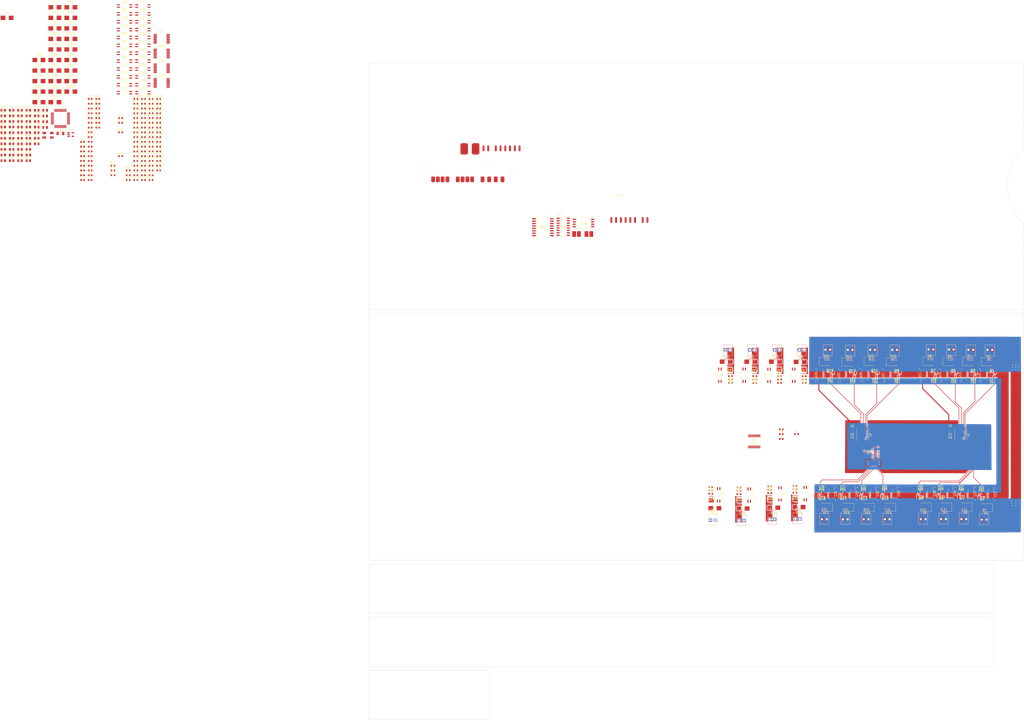
<source format=kicad_pcb>
(kicad_pcb (version 20221018) (generator pcbnew)
  (layers (0 "F.Cu" signal) (1 "In1.Cu" signal) (2 "In2.Cu" signal) (31 "B.Cu" signal) (34 "B.Paste" user) (35 "F.Paste" user) (36 "B.SilkS" user "B.Silkscreen") (37 "F.SilkS" user "F.Silkscreen") (38 "B.Mask" user) (39 "F.Mask" user) (44 "Edge.Cuts" user))
  (net 0 "")
  (net 1 "/SOL1-")
  (net 2 "Net-(U5-1OE)")
  (net 3 "Net-(Q17-G)")
  (net 4 "Net-(Q18-G)")
  (net 5 "Net-(Q19-G)")
  (net 6 "Net-(Q20-G)")
  (net 7 "Net-(Q21-G)")
  (net 8 "/DATA2_OUT")
  (net 9 "Net-(Q22-G)")
  (net 10 "Net-(Q23-G)")
  (net 11 "Net-(Q24-G)")
  (net 12 "Net-(Q2-G)")
  (net 13 "Net-(Q3-G)")
  (net 14 "Net-(Q4-G)")
  (net 15 "Net-(Q5-G)")
  (net 16 "Net-(Q6-G)")
  (net 17 "Net-(Q1-G)")
  (net 18 "/S6")
  (net 19 "Net-(R21-Pad1)")
  (net 20 "/S7")
  (net 21 "Net-(R22-Pad1)")
  (net 22 "/S5")
  (net 23 "/24V2")
  (net 24 "/24V2_GND")
  (net 25 "/3.3V_3")
  (net 26 "/GND_3")
  (net 27 "/5V_3")
  (net 28 "/5V_4")
  (net 29 "/GND_4")
  (net 30 "/DATA3-")
  (net 31 "/DATA3+")
  (net 32 "/DATA3")
  (net 33 "Net-(R23-Pad1)")
  (net 34 "/S8")
  (net 35 "Net-(R24-Pad1)")
  (net 36 "/S4")
  (net 37 "/DATA4")
  (net 38 "/S3")
  (net 39 "Net-(R26-Pad1)")
  (net 40 "/S2")
  (net 41 "/DATA1_OUT")
  (net 42 "/S1")
  (net 43 "Net-(Q7-G)")
  (net 44 "Net-(R27-Pad1)")
  (net 45 "Net-(R42-Pad2)")
  (net 46 "Net-(Q8-G)")
  (net 47 "Net-(Q9-G)")
  (net 48 "Net-(R28-Pad1)")
  (net 49 "Net-(R29-Pad1)")
  (net 50 "Net-(R33-Pad2)")
  (net 51 "Net-(R35-Pad2)")
  (net 52 "Net-(R37-Pad2)")
  (net 53 "Net-(R39-Pad2)")
  (net 54 "Net-(R41-Pad2)")
  (net 55 "Net-(R48-Pad2)")
  (net 56 "Net-(R50-Pad2)")
  (net 57 "/S10")
  (net 58 "/S11")
  (net 59 "/S12")
  (net 60 "/S13")
  (net 61 "/S14")
  (net 62 "/S15")
  (net 63 "/S16")
  (net 64 "/S9")
  (net 65 "Net-(Q10-G)")
  (net 66 "Net-(Q11-G)")
  (net 67 "Net-(Q12-G)")
  (net 68 "Net-(Q13-G)")
  (net 69 "Net-(Q14-G)")
  (net 70 "Net-(Q15-G)")
  (net 71 "/MOSI")
  (net 72 "/MISO")
  (net 73 "/SCK")
  (net 74 "Net-(Q16-G)")
  (net 75 "Net-(U20-LED+)")
  (net 76 "Net-(U21-LED+)")
  (net 77 "Net-(U22-LED+)")
  (net 78 "Net-(U23-LED+)")
  (net 79 "Net-(U24-LED+)")
  (net 80 "Net-(U25-LED+)")
  (net 81 "Net-(U26-LED+)")
  (net 82 "Net-(U40-LED+)")
  (net 83 "Net-(U35-LED+)")
  (net 84 "Net-(U36-LED+)")
  (net 85 "/X_TAL1")
  (net 86 "/X_TAL2")
  (net 87 "Net-(U37-LED+)")
  (net 88 "Net-(U38-LED+)")
  (net 89 "/ENABLE")
  (net 90 "/CLK")
  (net 91 "/LATCH")
  (net 92 "/DATA_IN")
  (net 93 "/RESET")
  (net 94 "/SOL2-")
  (net 95 "/SOL3-")
  (net 96 "/SOL4-")
  (net 97 "/SOL5-")
  (net 98 "/SOL6-")
  (net 99 "/SOL7-")
  (net 100 "/SOL8-")
  (net 101 "Net-(U39-LED+)")
  (net 102 "Net-(U41-LED+)")
  (net 103 "Net-(U42-LED+)")
  (net 104 "Net-(U53-LED+)")
  (net 105 "Net-(U48-LED+)")
  (net 106 "Net-(U49-LED+)")
  (net 107 "Net-(U50-LED+)")
  (net 108 "Net-(U51-LED+)")
  (net 109 "Net-(R54-Pad1)")
  (net 110 "Net-(R56-Pad1)")
  (net 111 "Net-(R57-Pad1)")
  (net 112 "Net-(R58-Pad1)")
  (net 113 "Net-(R59-Pad1)")
  (net 114 "Net-(R61-Pad1)")
  (net 115 "Net-(R62-Pad1)")
  (net 116 "Net-(R63-Pad1)")
  (net 117 "Net-(R64-Pad2)")
  (net 118 "Net-(R66-Pad2)")
  (net 119 "Net-(R68-Pad2)")
  (net 120 "Net-(R70-Pad2)")
  (net 121 "Net-(R72-Pad2)")
  (net 122 "Net-(R74-Pad2)")
  (net 123 "Net-(R76-Pad2)")
  (net 124 "Net-(R78-Pad2)")
  (net 125 "/SOL9-")
  (net 126 "/SOL10-")
  (net 127 "/SOL11-")
  (net 128 "/SOL12-")
  (net 129 "/SOL13-")
  (net 130 "/SOL14-")
  (net 131 "/SOL15-")
  (net 132 "/SOL16-")
  (net 133 "Net-(U52-LED+)")
  (net 134 "Net-(U54-LED+)")
  (net 135 "Net-(U55-LED+)")
  (net 136 "Net-(U101-1OE)")
  (net 137 "Net-(Q101-G)")
  (net 138 "Net-(Q102-G)")
  (net 139 "Net-(Q103-G)")
  (net 140 "Net-(Q104-G)")
  (net 141 "Net-(Q105-G)")
  (net 142 "Net-(Q106-G)")
  (net 143 "Net-(Q107-G)")
  (net 144 "Net-(Q108-G)")
  (net 145 "Net-(U116-LED+)")
  (net 146 "Net-(U111-LED+)")
  (net 147 "Net-(U112-LED+)")
  (net 148 "Net-(U113-LED+)")
  (net 149 "Net-(U114-LED+)")
  (net 150 "Net-(U115-LED+)")
  (net 151 "Net-(U117-LED+)")
  (net 152 "Net-(U118-LED+)")
  (net 153 "Net-(Q25-G)")
  (net 154 "Net-(Q26-G)")
  (net 155 "Net-(Q27-G)")
  (net 156 "Net-(Q28-G)")
  (net 157 "Net-(Q29-G)")
  (net 158 "Net-(Q30-G)")
  (net 159 "Net-(Q31-G)")
  (net 160 "Net-(Q32-G)")
  (net 161 "Net-(U70-LED+)")
  (net 162 "Net-(R2-Pad1)")
  (net 163 "/S17")
  (net 164 "Net-(R3-Pad1)")
  (net 165 "/S18")
  (net 166 "Net-(R4-Pad1)")
  (net 167 "/S19")
  (net 168 "Net-(R5-Pad1)")
  (net 169 "/S20")
  (net 170 "Net-(R6-Pad1)")
  (net 171 "/S21")
  (net 172 "Net-(R7-Pad1)")
  (net 173 "/S22")
  (net 174 "Net-(R8-Pad1)")
  (net 175 "/S23")
  (net 176 "Net-(R9-Pad1)")
  (net 177 "/S24")
  (net 178 "Net-(U65-LED+)")
  (net 179 "Net-(R10-Pad2)")
  (net 180 "Net-(U66-LED+)")
  (net 181 "Net-(R12-Pad2)")
  (net 182 "Net-(U67-LED+)")
  (net 183 "Net-(R14-Pad2)")
  (net 184 "Net-(U68-LED+)")
  (net 185 "Net-(R16-Pad2)")
  (net 186 "Net-(U69-LED+)")
  (net 187 "Net-(R18-Pad2)")
  (net 188 "Net-(U71-LED+)")
  (net 189 "Net-(R20-Pad2)")
  (net 190 "Net-(U72-LED+)")
  (net 191 "Net-(R30-Pad2)")
  (net 192 "Net-(Q33-G)")
  (net 193 "Net-(R32-Pad2)")
  (net 194 "Net-(Q34-G)")
  (net 195 "Net-(Q35-G)")
  (net 196 "Net-(Q36-G)")
  (net 197 "Net-(Q37-G)")
  (net 198 "Net-(Q38-G)")
  (net 199 "Net-(Q39-G)")
  (net 200 "Net-(Q40-G)")
  (net 201 "Net-(U87-LED+)")
  (net 202 "/CLK_2")
  (net 203 "/LATCH_2")
  (net 204 "/ENABLE_2")
  (net 205 "/DATA3_INPUT")
  (net 206 "/DATA3_OUT")
  (net 207 "/SOL17-")
  (net 208 "/SOL18-")
  (net 209 "/SOL19-")
  (net 210 "/SOL20-")
  (net 211 "/SOL21-")
  (net 212 "/SOL22-")
  (net 213 "/SOL23-")
  (net 214 "/SOL24-")
  (net 215 "Net-(U82-LED+)")
  (net 216 "Net-(R106-Pad1)")
  (net 217 "Net-(R107-Pad1)")
  (net 218 "Net-(R108-Pad1)")
  (net 219 "Net-(R109-Pad1)")
  (net 220 "Net-(R110-Pad1)")
  (net 221 "Net-(R111-Pad1)")
  (net 222 "Net-(R112-Pad1)")
  (net 223 "Net-(R113-Pad1)")
  (net 224 "Net-(R114-Pad2)")
  (net 225 "Net-(R116-Pad2)")
  (net 226 "Net-(R118-Pad2)")
  (net 227 "Net-(R120-Pad2)")
  (net 228 "Net-(R122-Pad2)")
  (net 229 "Net-(R124-Pad2)")
  (net 230 "Net-(R126-Pad2)")
  (net 231 "Net-(R128-Pad2)")
  (net 232 "Net-(U83-LED+)")
  (net 233 "Net-(U84-LED+)")
  (net 234 "Net-(U85-LED+)")
  (net 235 "Net-(U86-LED+)")
  (net 236 "Net-(U88-LED+)")
  (net 237 "Net-(U89-LED+)")
  (net 248 "/SOL25-")
  (net 249 "/SOL26-")
  (net 250 "/SOL27-")
  (net 251 "/SOL28-")
  (net 252 "/SOL29-")
  (net 253 "/SOL30-")
  (net 254 "/SOL31-")
  (net 255 "/SOL32-")
  (net 256 "/DATA4_OUT")
  (net 257 "/ENABLE_3")
  (net 258 "/LATCH_3")
  (net 259 "/CLK_3")
  (net 264 "/S25")
  (net 265 "/S26")
  (net 266 "/S27")
  (net 267 "/S28")
  (net 268 "/S29")
  (net 269 "/S30")
  (net 270 "/S31")
  (net 271 "/S32")
  (net 272 "/DATA4_INPUT")
  (net 288 "Net-(R138-Pad1)")
  (net 289 "Net-(R139-Pad1)")
  (net 290 "Net-(R140-Pad1)")
  (net 291 "Net-(R141-Pad1)")
  (net 292 "Net-(R142-Pad1)")
  (net 293 "Net-(R143-Pad1)")
  (net 294 "Net-(R144-Pad1)")
  (net 295 "Net-(R145-Pad1)")
  (net 296 "Net-(R146-Pad2)")
  (net 297 "Net-(R148-Pad2)")
  (net 298 "Net-(R150-Pad2)")
  (net 299 "Net-(R152-Pad2)")
  (net 300 "Net-(R154-Pad2)")
  (net 301 "Net-(R156-Pad2)")
  (net 302 "Net-(R158-Pad2)")
  (net 303 "Net-(R160-Pad2)")
  (net 304 "Net-(R170-Pad1)")
  (net 305 "Net-(R171-Pad1)")
  (net 306 "Net-(R172-Pad1)")
  (net 307 "Net-(R173-Pad1)")
  (net 308 "Net-(R174-Pad1)")
  (net 309 "Net-(R175-Pad1)")
  (net 310 "Net-(R176-Pad1)")
  (net 311 "Net-(R177-Pad1)")
  (net 312 "Net-(R178-Pad2)")
  (net 313 "Net-(R180-Pad2)")
  (net 314 "Net-(R182-Pad2)")
  (net 315 "Net-(R184-Pad2)")
  (net 316 "Net-(R186-Pad2)")
  (net 317 "Net-(R188-Pad2)")
  (net 318 "Net-(R190-Pad2)")
  (net 319 "Net-(R192-Pad2)")
  (net 320 "/SOL33-")
  (net 321 "/SOL34-")
  (net 322 "/SOL35-")
  (net 323 "/SOL36-")
  (net 324 "/SOL37-")
  (net 325 "/SOL38-")
  (net 326 "/SOL39-")
  (net 327 "/SOL40-")
  (net 328 "/SOL41-")
  (net 329 "/SOL42-")
  (net 330 "/SOL43-")
  (net 331 "/SOL44-")
  (net 332 "/SOL45-")
  (net 333 "/SOL46-")
  (net 334 "/SOL47-")
  (net 335 "/SOL48-")
  (net 336 "/S33")
  (net 337 "/S34")
  (net 338 "/S35")
  (net 339 "/S36")
  (net 340 "/S37")
  (net 341 "/S38")
  (net 342 "/S39")
  (net 343 "/S40")
  (net 344 "/S41")
  (net 345 "/S42")
  (net 346 "/S43")
  (net 347 "/S44")
  (net 348 "/S45")
  (net 349 "/S46")
  (net 350 "/S47")
  (net 351 "/S48")
  (net 352 "/DATA5_OUT")
  (net 353 "/DATA6_OUT")
  (net 354 "/CLK_IN")
  (net 356 "/LATCH_IN")
  (net 358 "/ENABLE_IN")
  (net 360 "/DATA3_INPUT_IN")
  (footprint "Resistor_SMD:R_0603_1608Metric" (layer "F.Cu") (at -124.655 -509.06)
    (fp_text reference "R176")
    (fp_text value "3.3kΩ")
  )
  (footprint "Diode_SMD:D_SMB" (layer "F.Cu") (at 230.896066 -410.922863)
    (fp_text reference "D16")
    (fp_text value "DIODE")
  )
  (footprint "Resistor_SMD:R_0603_1608Metric" (layer "F.Cu") (at -132.675 -509.06)
    (fp_text reference "R124")
    (fp_text value "22kΩ")
  )
  (footprint "Diode_SMD:D_SMB" (layer "F.Cu") (at -200.5 -591.95)
    (fp_text reference "D2")
    (fp_text value "JD")
  )
  (footprint "Diode_SMD:D_SMB" (layer "F.Cu") (at 252.65 -334.1 180)
    (fp_text reference "D13")
    (fp_text value "DIODE")
  )
  (footprint "Diode_SMD:D_SMB" (layer "F.Cu") (at 187.078551 -333.541508 180)
    (fp_text reference "D23")
    (fp_text value "DIODE")
  )
  (footprint "Resistor_SMD:R_0603_1608Metric" (layer "F.Cu") (at -144.705 -509.06)
    (fp_text reference "R46")
    (fp_text value "1kΩ")
  )
  (footprint "Resistor_SMD:R_0805_2012Metric" (layer "F.Cu") (at -189.285 -528.55)
    (fp_text reference "R166")
    (fp_text value "1kΩ")
  )
  (footprint "Resistor_SMD:R_0603_1608Metric" (layer "F.Cu") (at 239.644676 -341.864716)
    (fp_text reference "R75")
    (fp_text value "22kΩ")
  )
  (footprint "Diode_SMD:D_SMB" (layer "F.Cu") (at -166.92 -591.95)
    (fp_text reference "D101")
    (fp_text value "DIODE")
  )
  (footprint "Diode_SMD:D_SMB" (layer "F.Cu") (at -183.71 -569.75)
    (fp_text reference "D26")
    (fp_text value "DIODE")
  )
  (footprint "Resistor_SMD:R_0603_1608Metric" (layer "F.Cu") (at 308.398925 -403.088023 180)
    (fp_text reference "R36")
    (fp_text value "22kΩ")
  )
  (footprint "Resistor_SMD:R_0603_1608Metric" (layer "F.Cu") (at -124.655 -514.08)
    (fp_text reference "R174")
    (fp_text value "3.3kΩ")
  )
  (footprint "Resistor_SMD:R_0603_1608Metric" (layer "F.Cu") (at -144.705 -511.57)
    (fp_text reference "R45")
    (fp_text value "150Ω")
  )
  (footprint "Package_SO:SOIC-4_4.55x2.6mm_P1.27mm" (layer "F.Cu") (at -138.625 -556.7)
    (fp_text reference "U75")
    (fp_text value "TLP291")
  )
  (footprint "Resistor_SMD:R_0603_1608Metric" (layer "F.Cu") (at 228.5 -341.751797)
    (fp_text reference "R79")
    (fp_text value "22kΩ")
  )
  (footprint "Resistor_SMD:R_0805_2012Metric" (layer "F.Cu") (at -193.695 -537.4)
    (fp_text reference "R104")
    (fp_text value "1kΩ")
  )
  (footprint "Resistor_SMD:R_0603_1608Metric" (layer "F.Cu") (at 291.2516 -342.025361)
    (fp_text reference "R47")
    (fp_text value "22kΩ")
  )
  (footprint "Package_SO:SOIC-4_4.55x2.6mm_P1.27mm" (layer "F.Cu") (at -138.625 -552.55)
    (fp_text reference "U76")
    (fp_text value "TLP291")
  )
  (footprint "Resistor_SMD:R_0603_1608Metric" (layer "F.Cu") (at 287.479182 -401.586742 180)
    (fp_text reference "R48")
    (fp_text value "22kΩ")
  )
  (footprint "Resistor_SMD:R_0805_2012Metric" (layer "F.Cu") (at -184.875 -534.45)
    (fp_text reference "R198")
    (fp_text value "1kΩ")
  )
  (footprint "Resistor_SMD:R_0603_1608Metric" (layer "F.Cu") (at 308.393046 -399.676334)
    (fp_text reference "R22")
    (fp_text value "3.3kΩ")
  )
  (footprint "Resistor_SMD:R_0603_1608Metric" (layer "F.Cu") (at -132.675 -541.69)
    (fp_text reference "R111")
    (fp_text value "3.3kΩ")
  )
  (footprint "Resistor_SMD:R_0603_1608Metric" (layer "F.Cu") (at 301.980151 -342.035524)
    (fp_text reference "R38")
    (fp_text value "22kΩ")
  )
  (footprint "Resistor_SMD:R_0805_2012Metric" (layer "F.Cu") (at -184.875 -528.55)
    (fp_text reference "R200")
    (fp_text value "1kΩ")
  )
  (footprint "footprint:TPN22006NHLQ" (layer "F.Cu") (at 318.232048 -406.24462)
    (fp_text reference "Q1")
    (fp_text value "TPN22006NH,LQ" hide)
  )
  (footprint "Capacitor_SMD:C_0603_1608Metric" (layer "F.Cu") (at -156.735 -514.08)
    (fp_text reference "C46")
    (fp_text value "NC")
  )
  (footprint "Resistor_SMD:R_0805_2012Metric" (layer "F.Cu") (at -189.285 -534.45)
    (fp_text reference "R164")
    (fp_text value "1kΩ")
  )
  (footprint "footprint:TPN22006NHLQ" (layer "F.Cu") (at 308.162429 -406.186948)
    (fp_text reference "Q3")
    (fp_text value "TPN22006NH,LQ" hide)
  )
  (footprint "Diode_SMD:D_SMB" (layer "F.Cu") (at 263.807616 -334.242162 180)
    (fp_text reference "D11")
    (fp_text value "DIODE")
  )
  (footprint "Resistor_SMD:R_0603_1608Metric" (layer "F.Cu") (at 215.245 -372.7)
    (fp_text reference "R1")
    (fp_text value "100Ω")
  )
  (footprint "Package_SO:SOIC-4_4.55x2.6mm_P1.27mm" (layer "F.Cu") (at 213.828834 -403.71632 90)
    (fp_text reference "U6")
    (fp_text value "TLP291")
  )
  (footprint "Package_SO:SOIC-4_4.55x2.6mm_P1.27mm" (layer "F.Cu") (at 292.910796 -403.84112 90)
    (fp_text reference "U15")
    (fp_text value "TLP291")
  )
  (footprint "Diode_SMD:D_SMB" (layer "F.Cu") (at -166.92 -553.1)
    (fp_text reference "D108")
    (fp_text value "DIODE")
  )
  (footprint "Package_SO:SOIC-4_4.55x2.6mm_P1.27mm" (layer "F.Cu") (at -128.975 -598.2)
    (fp_text reference "U77")
    (fp_text value "TLP291")
  )
  (footprint "Resistor_SMD:R_0603_1608Metric" (layer "F.Cu") (at 261.614303 -345.42627 180)
    (fp_text reference "R56")
    (fp_text value "3.3kΩ")
  )
  (footprint "Resistor_SMD:R_0805_2012Metric" (layer "F.Cu") (at -189.285 -537.4)
    (fp_text reference "R163")
    (fp_text value "1kΩ")
  )
  (footprint "Capacitor_SMD:C_0603_1608Metric" (layer "F.Cu") (at -156.735 -509.06)
    (fp_text reference "C51")
    (fp_text value "10uF")
  )
  (footprint "Resistor_SMD:R_0603_1608Metric" (layer "F.Cu") (at -124.655 -511.57)
    (fp_text reference "R175")
    (fp_text value "3.3kΩ")
  )
  (footprint "Resistor_SMD:R_0603_1608Metric" (layer "F.Cu") (at -132.675 -529.14)
    (fp_text reference "R116")
    (fp_text value "22kΩ")
  )
  (footprint "Resistor_SMD:R_0603_1608Metric" (layer "F.Cu") (at -120.645 -539.18)
    (fp_text reference "R182")
    (fp_text value "22kΩ")
  )
  (footprint "Diode_SMD:D_SMB" (layer "F.Cu") (at 217.237301 -410.739022)
    (fp_text reference "D18")
    (fp_text value "DIODE")
  )
  (footprint "Resistor_SMD:R_0603_1608Metric" (layer "F.Cu") (at 318.432048 -399.61962)
    (fp_text reference "R27")
    (fp_text value "3.3kΩ")
  )
  (footprint "Package_SO:SOIC-4_4.55x2.6mm_P1.27mm" (layer "F.Cu") (at 200.797011 -403.674218 90)
    (fp_text reference "U8")
    (fp_text value "TLP291")
  )
  (footprint "Resistor_SMD:R_0603_1608Metric" (layer "F.Cu") (at -132.675 -536.67)
    (fp_text reference "R113")
    (fp_text value "3.3kΩ")
  )
  (footprint "Resistor_SMD:R_0805_2012Metric" (layer "F.Cu") (at -202.515 -543.3)
    (fp_text reference "R81")
    (fp_text value "1kΩ")
  )
  (footprint "footprint:TPN22006NHLQ" (layer "F.Cu") (at 291.491706 -338.978864 180)
    (fp_text reference "Q6")
    (fp_text value "TPN22006NH,LQ" hide)
  )
  (footprint "Package_SO:SOIC-4_4.55x2.6mm_P1.27mm" (layer "F.Cu") (at 317.765 -341.05 -90)
    (fp_text reference "U12")
    (fp_text value "TLP291")
  )
  (footprint "Resistor_SMD:R_0805_2012Metric" (layer "F.Cu") (at -202.515 -540.35)
    (fp_text reference "R82")
    (fp_text value "1kΩ")
  )
  (footprint "Resistor_SMD:R_0603_1608Metric" (layer "F.Cu") (at -124.655 -544.2)
    (fp_text reference "R154")
    (fp_text value "22kΩ")
  )
  (footprint "Capacitor_SMD:C_0603_1608Metric" (layer "F.Cu") (at -160.745 -524.12)
    (fp_text reference "C11")
    (fp_text value "1uF")
  )
  (footprint "Resistor_SMD:R_0603_1608Metric" (layer "F.Cu") (at -132.675 -511.57)
    (fp_text reference "R123")
    (fp_text value "22kΩ")
  )
  (footprint "Resistor_SMD:R_0603_1608Metric" (layer "F.Cu") (at 301.980151 -343.685524)
    (fp_text reference "R37")
    (fp_text value "22kΩ")
  )
  (footprint "Diode_SMD:D_SMB" (layer "F.Cu") (at -175.315 -558.65)
    (fp_text reference "D38")
    (fp_text value "DIODE")
  )
  (footprint "Resistor_SMD:R_0603_1608Metric" (layer "F.Cu") (at 206.344164 -401.448363)
    (fp_text reference "R15")
    (fp_text value "22kΩ")
  )
  (footprint "Resistor_SMD:R_0603_1608Metric" (layer "F.Cu") (at -124.655 -539.18)
    (fp_text reference "R156")
    (fp_text value "22kΩ")
  )
  (footprint "Resistor_SMD:R_0805_2012Metric" (layer "F.Cu") (at -193.695 -534.45)
    (fp_text reference "R130")
    (fp_text value "1kΩ")
  )
  (footprint "Resistor_SMD:R_0603_1608Metric" (layer "F.Cu") (at -120.645 -516.59)
    (fp_text reference "R191")
    (fp_text value "22kΩ")
  )
  (footprint "Resistor_SMD:R_0603_1608Metric" (layer "F.Cu") (at 318.432048 -401.31962 180)
    (fp_text reference "R42")
    (fp_text value "22kΩ")
  )
  (footprint "Resistor_SMD:R_0603_1608Metric" (layer "F.Cu") (at 291.247243 -343.779839)
    (fp_text reference "R41")
    (fp_text value "22kΩ")
  )
  (footprint "Package_SO:SOIC-4_4.55x2.6mm_P1.27mm" (layer "F.Cu") (at 266.991315 -341.378031 -90)
    (fp_text reference "U28")
    (fp_text value "TLP291")
  )
  (footprint "Capacitor_SMD:C_0603_1608Metric" (layer "F.Cu") (at -152.725 -546.71)
    (fp_text reference "C62")
    (fp_text value "10uF")
  )
  (footprint "footprint:TPN22006NHLQ" (layer "F.Cu") (at 180.218966 -406.197562)
    (fp_text reference "Q23")
    (fp_text value "TPN22006NH,LQ" hide)
  )
  (footprint "Resistor_SMD:R_0805_2012Metric" (layer "F.Cu") (at -198.105 -540.35)
    (fp_text reference "R92")
    (fp_text value "1kΩ")
  )
  (footprint "Capacitor_SMD:C_0603_1608Metric" (layer "F.Cu") (at -156.735 -511.57)
    (fp_text reference "C48")
    (fp_text value "1uF")
  )
  (footprint "Capacitor_SMD:C_0603_1608Metric" (layer "F.Cu") (at -160.745 -506.55)
    (fp_text reference "C19")
    (fp_text value "10uF")
  )
  (footprint "Diode_SMD:D_SMB" (layer "F.Cu") (at 306.265992 -410.93354)
    (fp_text reference "D4")
    (fp_text value "DIODE")
  )
  (footprint "Diode_SMD:D_SMB" (layer "F.Cu") (at -175.315 -586.4)
    (fp_text reference "D33")
    (fp_text value "DIODE")
  )
  (footprint "Resistor_SMD:R_0603_1608Metric" (layer "F.Cu") (at -120.645 -541.69)
    (fp_text reference "R181")
    (fp_text value "22kΩ")
  )
  (footprint "Package_SO:SOIC-4_4.55x2.6mm_P1.27mm" (layer "F.Cu") (at 255.801416 -341.240113 -90)
    (fp_text reference "U30")
    (fp_text value "TLP291")
  )
  (footprint "Resistor_SMD:R_0603_1608Metric" (layer "F.Cu") (at 244.860406 -399.538687)
    (fp_text reference "R59")
    (fp_text value "3.3kΩ")
  )
  (footprint "Resistor_SMD:R_0603_1608Metric" (layer "F.Cu") (at -132.675 -531.65)
    (fp_text reference "R115")
    (fp_text value "22kΩ")
  )
  (footprint "footprint:SOP65P640X110-20N" (layer "F.Cu") (at 193 -368.9 90)
    (fp_text reference "U5")
    (fp_text value "74HC244" hide)
  )
  (footprint "Package_SO:SOIC-4_4.55x2.6mm_P1.27mm" (layer "F.Cu") (at -128.975 -552.55)
    (fp_text reference "U110")
    (fp_text value "TLP291")
  )
  (footprint "Capacitor_SMD:C_0603_1608Metric" (layer "F.Cu") (at -152.725 -549.22)
    (fp_text reference "C60")
    (fp_text value "10uF")
  )
  (footprint "Resistor_SMD:R_0603_1608Metric" (layer "F.Cu") (at 261.620561 -341.933805)
    (fp_text reference "R67")
    (fp_text value "22kΩ")
  )
  (footprint "Package_SO:SOIC-4_4.55x2.6mm_P1.27mm" (layer "F.Cu") (at 282.285757 -403.88387 90)
    (fp_text reference "U17")
    (fp_text value "TLP291")
  )
  (footprint "Capacitor_SMD:C_0805_2012Metric" (layer "F.Cu") (at -180.445 -534.24)
    (fp_text reference "C57")
    (fp_text value "22uF")
  )
  (footprint "Diode_SMD:D_SMB" (layer "F.Cu") (at -175.315 -547.55)
    (fp_text reference "D40")
    (fp_text value "DIODE")
  )
  (footprint "Capacitor_SMD:C_0603_1608Metric" (layer "F.Cu") (at -152.725 -539.18)
    (fp_text reference "C65")
    (fp_text value "0.1uF")
  )
  (footprint "Resistor_SMD:R_0805_2012Metric" (layer "F.Cu") (at -198.105 -516.75)
    (fp_text reference "R101")
    (fp_text value "1kΩ")
  )
  (footprint "Resistor_SMD:R_0805_2012Metric" (layer "F.Cu") (at -189.285 -543.3)
    (fp_text reference "R137")
    (fp_text value "1kΩ")
  )
  (footprint "Capacitor_SMD:C_0603_1608Metric" (layer "F.Cu") (at -156.735 -521.61)
    (fp_text reference "C42")
    (fp_text value "0.1uF")
  )
  (footprint "Resistor_SMD:R_0603_1608Metric" (layer "F.Cu") (at -124.655 -541.69)
    (fp_text reference "R155")
    (fp_text value "22kΩ")
  )
  (footprint "Resistor_SMD:R_0603_1608Metric" (layer "F.Cu") (at 214.41425 -343.710579)
    (fp_text reference "R12")
    (fp_text value "22kΩ")
  )
  (footprint "Resistor_SMD:R_0603_1608Metric" (layer "F.Cu") (at 180.491039 -399.794301)
    (fp_text reference "R8")
    (fp_text value "3.3kΩ")
  )
  (footprint "Capacitor_SMD:C_1206_3216Metric" (layer "F.Cu") (at -172.395 -531.06)
    (fp_text reference "C18")
    (fp_text value "100uF")
  )
  (footprint "footprint:TPN22006NHLQ" (layer "F.Cu") (at 219.142435 -406.204954)
    (fp_text reference "Q17")
    (fp_text value "TPN22006NH,LQ" hide)
  )
  (footprint "Resistor_SMD:R_0603_1608Metric" (layer "F.Cu") (at -128.665 -511.57)
    (fp_text reference "R149")
    (fp_text value "22kΩ")
  )
  (footprint "Resistor_SMD:R_0603_1608Metric" (layer "F.Cu") (at -136.685 -509.06)
    (fp_text reference "R106")
    (fp_text value "3.3kΩ")
  )
  (footprint "Resistor_SMD:R_0603_1608Metric" (layer "F.Cu") (at 256.676686 -399.737444)
    (fp_text reference "R57")
    (fp_text value "3.3kΩ")
  )
  (footprint "Resistor_SMD:R_0805_2012Metric" (layer "F.Cu") (at -202.515 -519.7)
    (fp_text reference "R89")
    (fp_text value "1kΩ")
  )
  (footprint "Resistor_SMD:R_0603_1608Metric" (layer "F.Cu") (at 268.309127 -401.496155 180)
    (fp_text reference "R64")
    (fp_text value "22kΩ")
  )
  (footprint "Diode_SMD:D_SMB" (layer "F.Cu") (at -166.92 -580.85)
    (fp_text reference "D103")
    (fp_text value "DIODE")
  )
  (footprint "Resistor_SMD:R_0603_1608Metric" (layer "F.Cu") (at 219.353475 -403.238589 180)
    (fp_text reference "R11")
    (fp_text value "22kΩ")
  )
  (footprint "Resistor_SMD:R_0603_1608Metric" (layer "F.Cu") (at -132.675 -549.22)
    (fp_text reference "R108")
    (fp_text value "3.3kΩ")
  )
  (footprint "Diode_SMD:D_SMB" (layer "F.Cu") (at 316.307048 -410.81962)
    (fp_text reference "D1")
    (fp_text value "DIODE")
  )
  (footprint "Resistor_SMD:R_0603_1608Metric" (layer "F.Cu") (at 180.463832 -403.283763 180)
    (fp_text reference "R31")
    (fp_text value "22kΩ")
  )
  (footprint "Package_SO:SOIC-4_4.55x2.6mm_P1.27mm" (layer "F.Cu") (at 263.025952 -403.689004 90)
    (fp_text reference "U27")
    (fp_text value "TLP291")
  )
  (footprint "Capacitor_SMD:C_0603_1608Metric" (layer "F.Cu") (at -160.745 -511.57)
    (fp_text reference "C16")
    (fp_text value "0.1uF")
  )
  (footprint "Package_SO:SOIC-4_4.55x2.6mm_P1.27mm" (layer "F.Cu") (at -128.975 -577.45)
    (fp_text reference "U104")
    (fp_text value "TLP291")
  )
  (footprint "Resistor_SMD:R_0603_1608Metric" (layer "F.Cu") (at -128.665 -534.16)
    (fp_text reference "R140")
    (fp_text value "3.3kΩ")
  )
  (footprint "Resistor_SMD:R_0603_1608Metric" (layer "F.Cu") (at -136.685 -511.57)
    (fp_text reference "R105")
    (fp_text value "100Ω")
  )
  (footprint "footprint:2PIN" (layer "F.Cu") (at 169.986636 -327.380806 180)
    (fp_text reference "J31")
    (fp_text value "SOL24" hide)
  )
  (footprint "Diode_SMD:D_SMB" (layer "F.Cu") (at 230.65 -334.2 180)
    (fp_text reference "D17")
    (fp_text value "DIODE")
  )
  (footprint "Resistor_SMD:R_0603_1608Metric" (layer "F.Cu") (at -124.655 -519.1)
    (fp_text reference "R172")
    (fp_text value "3.3kΩ")
  )
  (footprint "Resistor_SMD:R_0603_1608Metric" (layer "F.Cu") (at -120.645 -536.67)
    (fp_text reference "R183")
    (fp_text value "22kΩ")
  )
  (footprint "Package_SO:SOIC-4_4.55x2.6mm_P1.27mm" (layer "F.Cu") (at -138.625 -560.85)
    (fp_text reference "U74")
    (fp_text value "TLP291")
  )
  (footprint "Capacitor_SMD:C_0603_1608Metric" (layer "F.Cu") (at -160.745 -521.61)
    (fp_text reference "C12")
    (fp_text value "10uF")
  )
  (footprint "footprint:SHIFT_DATA_TOSS" (layer "F.Cu") (at 69.4 -523.2 180)
    (fp_text reference "J2")
    (fp_text value "SHIFT_DATA_TOSS")
  )
  (footprint "Package_SO:SOIC-4_4.55x2.6mm_P1.27mm" (layer "F.Cu") (at -128.975 -589.9)
    (fp_text reference "U79")
    (fp_text value "TLP291")
  )
  (footprint "Resistor_SMD:R_0603_1608Metric" (layer "F.Cu") (at -136.685 -506.55)
    (fp_text reference "R107")
    (fp_text value "3.3kΩ")
  )
  (footprint "Resistor_SMD:R_0603_1608Metric" (layer "F.Cu") (at -124.655 -516.59)
    (fp_text reference "R173")
    (fp_text value "3.3kΩ")
  )
  (footprint "Resistor_SMD:R_0603_1608Metric" (layer "F.Cu") (at 287.479182 -399.936742)
    (fp_text reference "R28")
    (fp_text value "3.3kΩ")
  )
  (footprint "Package_SO:SOIC-4_4.55x2.6mm_P1.27mm" (layer "F.Cu") (at -128.975 -573.3)
    (fp_text reference "U105")
    (fp_text value "TLP291")
  )
  (footprint "Diode_SMD:D_SMB" (layer "F.Cu") (at 295.95 -410.9)
    (fp_text reference "D6")
    (fp_text value "DIODE")
  )
  (footprint "Diode_SMD:D_SMB" (layer "F.Cu") (at -183.71 -558.65)
    (fp_text reference "D28")
    (fp_text value "DIODE")
  )
  (footprint "Resistor_SMD:R_0603_1608Metric" (layer "F.Cu") (at -124.655 -534.16)
    (fp_text reference "R158")
    (fp_text value "22kΩ")
  )
  (footprint "Resistor_SMD:R_0805_2012Metric" (layer "F.Cu") (at -193.695 -528.55)
    (fp_text reference "R132")
    (fp_text value "1kΩ")
  )
  (footprint "Package_SO:SOIC-4_4.55x2.6mm_P1.27mm" (layer "F.Cu") (at 251.294511 -403.844536 90)
    (fp_text reference "U29")
    (fp_text value "TLP291")
  )
  (footprint "Resistor_SMD:R_0603_1608Metric" (layer "F.Cu") (at -120.645 -526.63)
    (fp_text reference "R187")
    (fp_text value "22kΩ")
  )
  (footprint "Resistor_SMD:R_0603_1608Metric" (layer "F.Cu") (at 170.1 -343.1)
    (fp_text reference "R32")
    (fp_text value "22kΩ")
  )
  (footprint "Resistor_SMD:R_0603_1608Metric" (layer "F.Cu") (at 233.017132 -399.927909)
    (fp_text reference "R62")
    (fp_text value "3.3kΩ")
  )
  (footprint "Diode_SMD:D_SMB" (layer "F.Cu") (at 304.159099 -334.318877 180)
    (fp_text reference "D5")
    (fp_text value "DIODE")
  )
  (footprint "Resistor_SMD:R_0603_1608Metric" (layer "F.Cu") (at -132.675 -514.08)
    (fp_text reference "R122")
    (fp_text value "22kΩ")
  )
  (footprint "footprint:TPN22006NHLQ" (layer "F.Cu") (at 280.73286 -338.978864 180)
    (fp_text reference "Q8")
    (fp_text value "TPN22006NH,LQ" hide)
  )
  (footprint "Resistor_SMD:R_0603_1608Metric" (layer "F.Cu") (at -124.655 -549.22)
    (fp_text reference "R152")
    (fp_text value "22kΩ")
  )
  (footprint "Resistor_SMD:R_0603_1608Metric" (layer "F.Cu") (at 193.29261 -399.694432)
    (fp_text reference "R6")
    (fp_text value "3.3kΩ")
  )
  (footprint "Resistor_SMD:R_0603_1608Metric" (layer "F.Cu") (at 244.860406 -401.303666 180)
    (fp_text reference "R72")
    (fp_text value "22kΩ")
  )
  (footprint "Resistor_SMD:R_0603_1608Metric" (layer "F.Cu") (at 193.295537 -401.47999 180)
    (fp_text reference "R18")
    (fp_text value "22kΩ")
  )
  (footprint "Resistor_SMD:R_0603_1608Metric" (layer "F.Cu") (at -124.655 -546.71)
    (fp_text reference "R153")
    (fp_text value "22kΩ")
  )
  (footprint "footprint:TPN22006NHLQ" (layer "F.Cu") (at 170.340404 -338.376631 180)
    (fp_text reference "Q24")
    (fp_text value "TPN22006NH,LQ" hide)
  )
  (footprint "Resistor_SMD:R_0603_1608Metric" (layer "F.Cu") (at -140.695 -531.65)
    (fp_text reference "R55")
    (fp_text value "2kΩ")
  )
  (footprint "Package_TO_SOT_SMD:SOT-23-5" (layer "F.Cu") (at -166.995 -530.51)
    (fp_text reference "U10")
    (fp_text value "AP2127K-3.3")
  )
  (footprint "Capacitor_SMD:C_0603_1608Metric" (layer "F.Cu") (at -160.745 -516.59)
    (fp_text reference "C14")
    (fp_text value "1uF")
  )
  (footprint "footprint:TPN22006NHLQ" (layer "F.Cu") (at 297.858835 -406.226366)
    (fp_text reference "Q5")
    (fp_text value "TPN22006NH,LQ" hide)
  )
  (footprint "Capacitor_SMD:C_0603_1608Metric" (layer "F.Cu") (at -156.735 -539.18)
    (fp_text reference "C24")
    (fp_text value "0.1uF")
  )
  (footprint "Resistor_SMD:R_0805_2012Metric" (layer "F.Cu") (at -202.515 -537.4)
    (fp_text reference "R83")
    (fp_text value "1kΩ")
  )
  (footprint "Diode_SMD:D_SMB" (layer "F.Cu") (at -183.71 -564.2)
    (fp_text reference "D27")
    (fp_text value "DIODE")
  )
  (footprint "Resistor_SMD:R_0805_2012Metric" (layer "F.Cu") (at -189.285 -522.65)
    (fp_text reference "R168")
    (fp_text value "1kΩ")
  )
  (footprint "Resistor_SMD:R_0805_2012Metric" (layer "F.Cu") (at -198.105 -531.5)
    (fp_text reference "R95")
    (fp_text value "1kΩ")
  )
  (footprint "Resistor_SMD:R_0603_1608Metric" (layer "F.Cu") (at 219.353475 -401.483719 180)
    (fp_text reference "R10")
    (fp_text value "22kΩ")
  )
  (footprint "Capacitor_SMD:C_0603_1608Metric" (layer "F.Cu") (at -152.725 -534.16)
    (fp_text reference "C67")
    (fp_text value "10uF")
  )
  (footprint "Resistor_SMD:R_0603_1608Metric" (layer "F.Cu") (at 214.41425 -341.907968)
    (fp_text reference "R13")
    (fp_text value "22kΩ")
  )
  (footprint "Package_SO:SOIC-4_4.55x2.6mm_P1.27mm" (layer "F.Cu") (at 307.174099 -341.365086 -90)
    (fp_text reference "U14")
    (fp_text value "TLP291")
  )
  (footprint "Package_SO:SOIC-4_4.55x2.6mm_P1.27mm" (layer "F.Cu") (at 187.735 -403.75 90)
    (fp_text reference "U43")
    (fp_text value "TLP291")
  )
  (footprint "Package_SO:SOIC-4_4.55x2.6mm_P1.27mm" (layer "F.Cu") (at -138.625 -589.9)
    (fp_text reference "U58")
    (fp_text value "TLP291")
  )
  (footprint "Package_SO:SOIC-4_4.55x2.6mm_P1.27mm" (layer "F.Cu") (at 174.244741 -340.745417 -90)
    (fp_text reference "U46")
    (fp_text value "TLP291")
  )
  (footprint "Package_SO:SOIC-4_4.55x2.6mm_P1.27mm" (layer "F.Cu") (at -128.975 -585.75)
    (fp_text reference "U80")
    (fp_text value "TLP291")
  )
  (footprint "Resistor_SMD:R_0603_1608Metric" (layer "F.Cu") (at -128.665 -514.08)
    (fp_text reference "R148")
    (fp_text value "22kΩ")
  )
  (footprint "Resistor_SMD:R_0805_2012Metric" (layer "F.Cu") (at -202.515 -534.45)
    (fp_text reference "R84")
    (fp_text value "1kΩ")
  )
  (footprint "Resistor_SMD:R_0805_2012Metric" (layer "F.Cu") (at -198.105 -525.6)
    (fp_text reference "R98")
    (fp_text value "1kΩ")
  )
  (footprint "Resistor_SMD:R_0603_1608Metric" (layer "F.Cu") (at -128.665 -544.2)
    (fp_text reference "R128")
    (fp_text value "22kΩ")
  )
  (footprint "Package_SO:SSOP-16_5.3x6.2mm_P0.65mm" (layer "F.Cu") (at 301.775 -372.25 -90)
    (fp_text reference "U1")
    (fp_text value "74HCT595")
  )
  (footprint "Resistor_SMD:R_0805_2012Metric" (layer "F.Cu") (at -189.285 -516.75)
    (fp_text reference "R194")
    (fp_text value "1kΩ")
  )
  (footprint "Package_SO:SOIC-4_4.55x2.6mm_P1.27mm" (layer "F.Cu") (at 285.842685 -341.422111 -90)
    (fp_text reference "U18")
    (fp_text value "TLP291")
  )
  (footprint "Package_SO:SOIC-4_4.55x2.6mm_P1.27mm" (layer "F.Cu") (at 174.935 -403.75 90)
    (fp_text reference "U45")
    (fp_text value "TLP291")
  )
  (footprint "Diode_SMD:D_SMB" (layer "F.Cu") (at -175.315 -553.1)
    (fp_text reference "D39")
    (fp_text value "DIODE")
  )
  (footprint "Resistor_SMD:R_0603_1608Metric" (layer "F.Cu") (at -132.675 -544.2)
    (fp_text reference "R110")
    (fp_text value "3.3kΩ")
  )
  (footprint "Diode_SMD:D_SMB" (layer "F.Cu") (at 204.213214 -410.862085)
    (fp_text reference "D20")
    (fp_text value "DIODE")
  )
  (footprint "Resistor_SMD:R_0603_1608Metric" (layer "F.Cu") (at 318.432048 -403.01962 180)
    (fp_text reference "R43" hide)
    (fp_text value "22kΩ")
  )
  (footprint "Diode_SMD:D_SMB" (layer "F.Cu") (at 216.55 -334.3 180)
    (fp_text reference "D19")
    (fp_text value "DIODE")
  )
  (footprint "Capacitor_SMD:C_0603_1608Metric" (layer "F.Cu") (at -156.735 -531.65)
    (fp_text reference "C36")
    (fp_text value "0.1uF")
  )
  (footprint "Capacitor_SMD:C_0603_1608Metric" (layer "F.Cu") (at -160.745 -526.63)
    (fp_text reference "C10")
    (fp_text value "0.1uF")
  )
  (footprint "Resistor_SMD:R_0805_2012Metric" (layer "F.Cu") (at -198.105 -534.45)
    (fp_text reference "R94")
    (fp_text value "1kΩ")
  )
  (footprint "Resistor_SMD:R_0603_1608Metric" (layer "F.Cu") (at 228.5 -343.545711)
    (fp_text reference "R78")
    (fp_text value "22kΩ")
  )
  (footprint "Package_SO:SSOP-16_5.3x6.2mm_P0.65mm" (layer "F.Cu") (at -119.075 -573.15)
    (fp_text reference "U64")
    (fp_text value "74HCT595")
  )
  (footprint "Resistor_SMD:R_0603_1608Metric" (layer "F.Cu") (at -140.695 -536.67)
    (fp_text reference "R53")
    (fp_text value "2kΩ")
  )
  (footprint "footprint:TPN22006NHLQ" (layer "F.Cu") (at 302.2477 -339.026039 180)
    (fp_text reference "Q4")
    (fp_text value "TPN22006NH,LQ" hide)
  )
  (footprint "Resistor_SMD:R_0603_1608Metric" (layer "F.Cu") (at -140.695 -539.18)
    (fp_text reference "R52")
    (fp_text value "5kΩ")
  )
  (footprint "Diode_SMD:D_SMB" (layer "F.Cu") (at -166.92 -564.2)
    (fp_text reference "D106")
    (fp_text value "DIODE")
  )
  (footprint "Crystal:Crystal_SMD_Abracon_ABM3B-4Pin_5.0x3.2mm" (layer "F.Cu") (at -178.945 -530.11)
    (fp_text reference "Y1")
    (fp_text value "Crystal_GND24")
  )
  (footprint "Diode_SMD:D_SMB" (layer "F.Cu") (at -175.315 -580.85)
    (fp_text reference "D34")
    (fp_text value "DIODE")
  )
  (footprint "Package_SO:SOIC-4_4.55x2.6mm_P1.27mm" (layer "F.Cu") (at -138.625 -573.3)
    (fp_text reference "U62")
    (fp_text value "TLP291")
  )
  (footprint "Resistor_SMD:R_0603_1608Metric" (layer "F.Cu") (at 206.361966 -399.674896)
    (fp_text reference "R4")
    (fp_text value "3.3kΩ")
  )
  (footprint "footprint:TPN22006NHLQ" (layer "F.Cu") (at 206.094979 -406.267076)
    (fp_text reference "Q19")
    (fp_text value "TPN22006NH,LQ" hide)
  )
  (footprint "Package_SO:SOIC-4_4.55x2.6mm_P1.27mm" (layer "F.Cu") (at -128.975 -581.6)
    (fp_text reference "U103")
    (fp_text value "TLP291")
  )
  (footprint "Resistor_SMD:R_0603_1608Metric" (layer "F.Cu") (at 239.625386 -345.322081 180)
    (fp_text reference "R61")
    (fp_text value "3.3kΩ")
  )
  (footprint "footprint:input_pad" (layer "F.Cu") (at 23.9 -506.9)
    (fp_text reference "J3")
    (fp_text value "Conn_01x12_Male")
  )
  (footprint "Package_SO:SOIC-4_4.55x2.6mm_P1.27mm" (layer "F.Cu") (at 239.550138 -403.668407 90)
    (fp_text reference "U31")
    (fp_text value "TLP291")
  )
  (footprint "Package_SO:SOIC-4_4.55x2.6mm_P1.27mm" (layer "F.Cu") (at -128.975 -594.05)
    (fp_text reference "U78")
    (fp_text value "TLP291")
  )
  (footprint "Capacitor_SMD:C_0603_1608Metric" (layer "F.Cu") (at 207.225 -375.21)
    (fp_text reference "C7")
    (fp_text value "0.1uF")
  )
  (footprint "Resistor_SMD:R_0805_2012Metric" (layer "F.Cu") (at -193.695 -522.65)
    (fp_text reference "R134")
    (fp_text value "1kΩ")
  )
  (footprint "Resistor_SMD:R_0603_1608Metric" (layer "F.Cu") (at 250.479944 -345.268559 180)
    (fp_text reference "R58")
    (fp_text value "3.3kΩ")
  )
  (footprint "Resistor_SMD:R_0603_1608Metric" (layer "F.Cu") (at -128.665 -524.12)
    (fp_text reference "R144")
    (fp_text value "3.3kΩ")
  )
  (footprint "Resistor_SMD:R_0603_1608Metric" (layer "F.Cu") (at -128.665 -541.69)
    (fp_text reference "R129")
    (fp_text value "22kΩ")
  )
  (footprint "Package_SO:SOIC-4_4.55x2.6mm_P1.27mm" (layer "F.Cu") (at 244.963738 -341.28451 -90)
    (fp_text reference "U32")
    (fp_text value "TLP291")
  )
  (footprint "Package_SO:SOIC-4_4.55x2.6mm_P1.27mm" (layer "F.Cu") (at -138.625 -585.75)
    (fp_text reference "U59")
    (fp_text value "TLP291")
  )
  (footprint "Resistor_SMD:R_0805_2012Metric" (layer "F.Cu") (at -193.695 -543.3)
    (fp_text reference "R102")
    (fp_text value "1kΩ")
  )
  (footprint "Capacitor_SMD:C_0603_1608Metric" (layer "F.Cu") (at -156.735 -524.12)
    (fp_text reference "C41")
    (fp_text value "1uF")
  )
  (footprint "Resistor_SMD:R_0603_1608Metric" (layer "F.Cu") (at -128.665 -531.65)
    (fp_text reference "R141")
    (fp_text value "3.3kΩ")
  )
  (footprint "Resistor_SMD:R_0603_1608Metric" (layer "F.Cu") (at -128.665 -521.61)
    (fp_text reference "R145")
    (fp_text value "3.3kΩ")
  )
  (footprint "Resistor_SMD:R_0603_1608Metric" (layer "F.Cu") (at -132.675 -526.63)
    (fp_text reference "R117")
    (fp_text value "22kΩ")
  )
  (footprint "Package_SO:SOIC-4_4.55x2.6mm_P1.27mm" (layer "F.Cu") (at 219.893696 -341.397312 -90)
    (fp_text reference "U7")
    (fp_text value "TLP291")
  )
  (footprint "footprint:24V_PAD" (layer "F.Cu") (at 46.25 -522.95 180)
    (fp_text reference "J1")
    (fp_text value "24V_OUT")
  )
  (footprint "Resistor_SMD:R_0603_1608Metric" (layer "F.Cu") (at -128.665 -549.22)
    (fp_text reference "R126")
    (fp_text value "22kΩ")
  )
  (footprint "Diode_SMD:D_SMB" (layer "F.Cu") (at -166.92 -558.65)
    (fp_text reference "D107")
    (fp_text value "DIODE")
  )
  (footprint "Capacitor_SMD:C_0603_1608Metric" (layer "F.Cu") (at 296.2 -375.65)
    (fp_text reference "C3")
    (fp_text value "10uF")
  )
  (footprint "Capacitor_SMD:C_0603_1608Metric" (layer "F.Cu") (at -160.745 -514.08)
    (fp_text reference "C15")
    (fp_text value "10uF")
  )
  (footprint "Package_SO:SOIC-4_4.55x2.6mm_P1.27mm" (layer "F.Cu") (at -128.975 -560.85)
    (fp_text reference "U108")
    (fp_text value "TLP291")
  )
  (footprint "Diode_SMD:D_SMB" (layer "F.Cu") (at -175.315 -597.5)
    (fp_text reference "D31")
    (fp_text value "DIODE")
  )
  (footprint "footprint:SOIC127P1030X265-16N" (layer "F.Cu") (at 81.7 -481.7)
    (fp_text reference "PS1")
    (fp_text value "R05CTE05S-R" hide)
  )
  (footprint "Resistor_SMD:R_0603_1608Metric" (layer "F.Cu") (at -128.665 -509.06)
    (fp_text reference "R150")
    (fp_text value "22kΩ")
  )
  (footprint "Diode_SMD:D_SMB" (layer "F.Cu") (at 191.186899 -410.847553)
    (fp_text reference "D22")
    (fp_text value "DIODE")
  )
  (footprint "Diode_SMD:D_SMB" (layer "F.Cu") (at -175.315 -564.2)
    (fp_text reference "D37")
    (fp_text value "DIODE")
  )
  (footprint "Diode_SMD:D_SMB" (layer "F.Cu") (at 172.25 -333.7 180)
    (fp_text reference "D25")
    (fp_text value "DIODE")
  )
  (footprint "Resistor_SMD:R_0603_1608Metric" (layer "F.Cu") (at -120.645 -529.14)
    (fp_text reference "R186")
    (fp_text value "22kΩ")
  )
  (footprint "Diode_SMD:D_SMB" (layer "F.Cu") (at -166.92 -597.5)
    (fp_text reference "D41")
    (fp_text value "DIODE")
  )
  (footprint "Resistor_SMD:R_0603_1608Metric" (layer "F.Cu") (at -144.705 -514.08)
    (fp_text reference "R44")
    (fp_text value "1kΩ")
  )
  (footprint "Resistor_SMD:R_0603_1608Metric" (layer "F.Cu") (at 250.479944 -341.709666)
    (fp_text reference "R71")
    (fp_text value "22kΩ")
  )
  (footprint "Diode_SMD:D_SMB" (layer "F.Cu") (at 254.477673 -410.989475)
    (fp_text reference "D12")
    (fp_text value "DIODE")
  )
  (footprint "Resistor_SMD:R_0603_1608Metric" (layer "F.Cu") (at 206.344164 -403.244045)
    (fp_text reference "R14")
    (fp_text value "22kΩ")
  )
  (footprint "Package_SO:SOIC-4_4.55x2.6mm_P1.27mm" (layer "F.Cu") (at -138.625 -577.45)
    (fp_text reference "U61")
    (fp_text value "TLP291")
  )
  (footprint "Diode_SMD:D_SMB" (layer "F.Cu") (at -175.315 -591.95)
    (fp_text reference "D32")
    (fp_text value "DIODE")
  )
  (footprint "Package_SO:SSOP-16_5.3x6.2mm_P0.65mm" (layer "F.Cu") (at -119.075 -557.65)
    (fp_text reference "U102")
    (fp_text value "74HCT595")
  )
  (footprint "footprint:TPN22006NHLQ" (layer "F.Cu") (at 256.425 -406.275)
    (fp_text reference "Q11")
    (fp_text value "TPN22006NH,LQ" hide)
  )
  (footprint "Capacitor_SMD:C_0603_1608Metric" (layer "F.Cu") (at 296.175 -373.95 180)
    (fp_text reference "C1")
    (fp_text value "0.1uF")
  )
  (footprint "Resistor_SMD:R_0603_1608Metric" (layer "F.Cu") (at -120.645 -524.12)
    (fp_text reference "R188")
    (fp_text value "22kΩ")
  )
  (footprint "Resistor_SMD:R_0603_1608Metric" (layer "F.Cu") (at -124.655 -506.55)
    (fp_text reference "R177")
    (fp_text value "3.3kΩ")
  )
  (footprint "Resistor_SMD:R_0603_1608Metric" (layer "F.Cu") (at 287.479182 -403.286742 180)
    (fp_text reference "R49")
    (fp_text value "22kΩ")
  )
  (footprint "Resistor_SMD:R_0603_1608Metric" (layer "F.Cu") (at 312.727239 -343.296787)
    (fp_text reference "R33")
    (fp_text value "22kΩ")
  )
  (footprint "footprint:TPN22006NHLQ" (layer "F.Cu") (at 232.823352 -406.309784)
    (fp_text reference "Q15")
    (fp_text value "TPN22006NH,LQ" hide)
  )
  (footprint "Resistor_SMD:R_0603_1608Metric" (layer "F.Cu") (at 184.928551 -341.141508)
    (fp_text reference "R20")
    (fp_text value "22kΩ")
  )
  (footprint "Package_SO:SOIC-4_4.55x2.6mm_P1.27mm" (layer "F.Cu") (at -138.625 -598.2)
    (fp_text reference "U56")
    (fp_text value "TLP291")
  )
  (footprint "Capacitor_SMD:C_0603_1608Metric" (layer "F.Cu") (at -156.735 -506.55)
    (fp_text reference "C58")
    (fp_text value "1uF")
  )
  (footprint "Resistor_SMD:R_0603_1608Metric" (layer "F.Cu") (at 301.980151 -345.335524 180)
    (fp_text reference "R23")
    (fp_text value "3.3kΩ")
  )
  (footprint "Resistor_SMD:R_0603_1608Metric" (layer "F.Cu") (at -120.645 -544.2)
    (fp_text reference "R180")
    (fp_text value "22kΩ")
  )
  (footprint "Resistor_SMD:R_0603_1608Metric" (layer "F.Cu") (at 298.09115 -401.508544 180)
    (fp_text reference "R39")
    (fp_text value "22kΩ")
  )
  (footprint "Resistor_SMD:R_0603_1608Metric" (layer "F.Cu") (at 239.625386 -343.6)
    (fp_text reference "R74")
    (fp_text value "22kΩ")
  )
  (footprint "Resistor_SMD:R_0603_1608Metric" (layer "F.Cu") (at -120.645 -531.65)
    (fp_text reference "R185")
    (fp_text value "22kΩ")
  )
  (footprint "Resistor_SMD:R_0603_1608Metric" (layer "F.Cu") (at 280.531234 -341.985858)
    (fp_text reference "R51")
    (fp_text value "22kΩ")
  )
  (footprint "Resistor_SMD:R_0603_1608Metric" (layer "F.Cu") (at -128.665 -506.55)
    (fp_text reference "R151")
    (fp_text value "22kΩ")
  )
  (footprint "Resistor_SMD:R_0603_1608Metric" (layer "F.Cu") (at 180.491039 -401.535567 180)
    (fp_text reference "R30")
    (fp_text value "22kΩ")
  )
  (footprint "Resistor_SMD:R_0805_2012Metric" (layer "F.Cu") (at -189.285 -531.5)
    (fp_text reference "R165")
    (fp_text value "1kΩ")
  )
  (footprint "Resistor_SMD:R_0603_1608Metric" (layer "F.Cu") (at -128.665 -546.71)
    (fp_text reference "R127")
    (fp_text value "22kΩ")
  )
  (footprint "Resistor_SMD:R_0603_1608Metric" (layer "F.Cu") (at 312.727239 -344.996787 180)
    (fp_text reference "R21")
    (fp_text value "3.3kΩ")
  )
  (footprint "Resistor_SMD:R_0603_1608Metric" (layer "F.Cu") (at -140.695 -519.1)
    (fp_text reference "R60")
    (fp_text value "NC")
  )
  (footprint "Diode_SMD:D_SMB" (layer "F.Cu") (at 203.25 -334 180)
    (fp_text reference "D21")
    (fp_text value "DIODE")
  )
  (footprint "Diode_SMD:D_SMB" (layer "F.Cu") (at -166.92 -586.4)
    (fp_text reference "D102")
    (fp_text value "DIODE")
  )
  (footprint "Resistor_SMD:R_0603_1608Metric" (layer "F.Cu") (at 256.6788 -401.474745 180)
    (fp_text reference "R68")
    (fp_text value "22kΩ")
  )
  (footprint "footprint:TPN22006NHLQ" (layer "F.Cu") (at 214.627446 -338.925119 180)
    (fp_text reference "Q18")
    (fp_text value "TPN22006NH,LQ" hide)
  )
  (footprint "Resistor_SMD:R_0603_1608Metric" (layer "F.Cu") (at -120.645 -534.16)
    (fp_text reference "R184")
    (fp_text value "22kΩ")
  )
  (footprint "Package_SO:SOIC-4_4.55x2.6mm_P1.27mm" (layer "F.Cu") (at -128.975 -565)
    (fp_text reference "U107")
    (fp_text value "TLP291")
  )
  (footprint "Capacitor_SMD:C_0603_1608Metric" (layer "F.Cu") (at -156.735 -526.63)
    (fp_text reference "C40")
    (fp_text value "0.1uF")
  )
  (footprint "Resistor_SMD:R_0603_1608Metric" (layer "F.Cu") (at 298.09115 -399.735201)
    (fp_text reference "R24")
    (fp_text value "3.3kΩ")
  )
  (footprint "Resistor_SMD:R_0805_2012Metric" (layer "F.Cu") (at -202.515 -525.6)
    (fp_text reference "R87")
    (fp_text value "1kΩ")
  )
  (footprint "Capacitor_SMD:C_0603_1608Metric" (layer "F.Cu") (at 244.623615 -372.351841 180)
    (fp_text reference "C4")
    (fp_text value "0.1uF")
  )
  (footprint "Capacitor_SMD:C_0603_1608Metric" (layer "F.Cu") (at -160.745 -509.06)
    (fp_text reference "C17")
    (fp_text value "1uF")
  )
  (footprint "Resistor_SMD:R_0603_1608Metric" (layer "F.Cu") (at 291.225 -345.4 180)
    (fp_text reference "R26")
    (fp_text value "3.3kΩ")
  )
  (footprint "Capacitor_SMD:C_0603_1608Metric" (layer "F.Cu") (at -156.735 -534.16)
    (fp_text reference "C26")
    (fp_text value "10uF")
  )
  (footprint "Resistor_SMD:R_0805_2012Metric" (layer "F.Cu") (at -198.105 -537.4)
    (fp_text reference "R93")
    (fp_text value "1kΩ")
  )
  (footprint "Resistor_SMD:R_0805_2012Metric" (layer "F.Cu") (at -202.515 -528.55)
    (fp_text reference "R86")
    (fp_text value "1kΩ")
  )
  (footprint "Resistor_SMD:R_0603_1608Metric" (layer "F.Cu") (at 170.1 -344.8 180)
    (fp_text reference "R9")
    (fp_text value "3.3kΩ")
  )
  (footprint "Resistor_SMD:R_0603_1608Metric" (layer "F.Cu") (at 219.356813 -399.737268)
    (fp_text reference "R2")
    (fp_text value "3.3kΩ")
  )
  (footprint "Diode_SMD:D_SMB" (layer "F.Cu") (at 241.75 -334.2 180)
    (fp_text reference "D15")
    (fp_text value "DIODE")
  )
  (footprint "Diode_SMD:D_SMB" (layer "F.Cu") (at 242.710406 -410.707246)
    (fp_text reference "D14")
    (fp_text value "DIODE")
  )
  (footprint "Diode_SMD:D_SMB" (layer "F.Cu") (at 314.849795 -333.919889 180)
    (fp_text reference "D3")
    (fp_text value "DIODE")
  )
  (footprint "footprint:TPN22006NHLQ" (layer "F.Cu") (at 193.1 -406.225)
    (fp_text reference "Q21")
    (fp_text value "TPN22006NH,LQ" hide)
  )
  (footprint "Resistor_SMD:R_0603_1608Metric" (layer "F.Cu") (at -124.655 -524.12)
    (fp_text reference "R170")
    (fp_text value "3.3kΩ")
  )
  (footprint "Resistor_SMD:R_0603_1608Metric" (layer "F.Cu") (at -124.655 -526.63)
    (fp_text reference "R161")
    (fp_text value "22kΩ")
  )
  (footprint "Capacitor_SMD:C_0603_1608Metric" (layer "F.Cu") (at -152.725 -544.2)
    (fp_text reference "C63")
    (fp_text value "10pF")
  )
  (footprint "Capacitor_SMD:C_0603_1608Metric" (layer "F.Cu") (at -156.735 -546.71)
    (fp_text reference "C21")
    (fp_text value "0.1uF")
  )
  (footprint "Resistor_SMD:R_0805_2012Metric" (layer "F.Cu") (at -184.875 -525.6)
    (fp_text reference "R201")
    (fp_text value "1kΩ")
  )
  (footprint "Resistor_SMD:R_0603_1608Metric" (layer "F.Cu") (at 256.659511 -403.287948 180)
    (fp_text reference "R69")
    (fp_text value "22kΩ")
  )
  (footprint "Diode_SMD:D_SMB" (layer "F.Cu") (at 293.430548 -334.3 180)
    (fp_text reference "D7")
    (fp_text value "DIODE")
  )
  (footprint "Capacitor_SMD:C_0603_1608Metric" (layer "F.Cu") (at -156.735 -544.2)
    (fp_text reference "C22")
    (fp_text value "1uF")
  )
  (footprint "Resistor_SMD:R_0805_2012Metric" (layer "F.Cu") (at -198.105 -519.7)
    (fp_text reference "R100")
    (fp_text value "1kΩ")
  )
  (footprint "Resistor_SMD:R_0603_1608Metric" (layer "F.Cu") (at 250.479944 -343.503579)
    (fp_text reference "R70")
    (fp_text value "22kΩ")
  )
  (footprint "Resistor_SMD:R_0603_1608Metric" (layer "F.Cu") (at -120.645 -521.61)
    (fp_text reference "R189")
    (fp_text value "22kΩ")
  )
  (footprint "Package_SO:SOIC-4_4.55x2.6mm_P1.27mm" (layer "F.Cu") (at 206.615 -341.25 -90)
    (fp_text reference "U9")
    (fp_text value "TLP291")
  )
  (footprint "Resistor_SMD:R_0805_2012Metric" (layer "F.Cu") (at -193.695 -516.75)
    (fp_text reference "R136")
    (fp_text value "1kΩ")
  )
  (footprint "Resistor_SMD:R_0603_1608Metric" (layer "F.Cu") (at 170.1 -341.3)
    (fp_text reference "R96")
    (fp_text value "22kΩ")
  )
  (footprint "Package_SO:SSOP-16_5.3x6.2mm_P0.65mm" (layer "F.Cu") (at 250.125 -372.2125 -90)
    (fp_text reference "U2")
    (fp_text value "74HCT595")
  )
  (footprint "Resistor_SMD:R_0603_1608Metric" (layer "F.Cu") (at -132.675 -534.16)
    (fp_text reference "R114")
    (fp_text value "22kΩ")
  )
  (footprint "Resistor_SMD:R_0603_1608Metric" (layer "F.Cu") (at 201.14736 -345.205711 180)
    (fp_text reference "R5")
    (fp_text value "3.3kΩ")
  )
  (footprint "Resistor_SMD:R_0603_1608Metric" (layer "F.Cu") (at 244.831472 -403.09758 180)
    (fp_text reference "R73")
    (fp_text value "22kΩ")
  )
  (footprint "Resistor_SMD:R_0603_1608Metric" (layer "F.Cu") (at -124.655 -536.67)
    (fp_text reference "R157")
    (fp_text value "22kΩ")
  )
  (footprint "Resistor_SMD:R_0603_1608Metric" (layer "F.Cu") (at -128.665 -526.63)
    (fp_text reference "R143")
    (fp_text value "3.3kΩ")
  )
  (footprint "Diode_SMD:D_SMB" (layer "F.Cu") (at 285.35 -411)
    (fp_text reference "D8")
    (fp_text value "DIODE")
  )
  (footprint "Resistor_SMD:R_0603_1608Metric" (layer "F.Cu") (at -128.665 -536.67)
    (fp_text reference "R139")
    (fp_text value "3.3kΩ")
  )
  (footprint "Package_SO:SOIC-4_4.55x2.6mm_P1.27mm" (layer "F.Cu") (at 190.365 -340.6 -90)
    (fp_text reference "U44")
    (fp_text value "TLP291")
  )
  (footprint "Capacitor_SMD:C_0603_1608Metric" (layer "F.Cu") (at 244.625 -375.6125)
    (fp_text reference "C6")
    (fp_text value "10uF")
  )
  (footprint "Capacitor_SMD:C_0805_2012Metric" (layer "F.Cu") (at -180.445 -540.26)
    (fp_text reference "C53")
    (fp_text value "22uF")
  )
  (footprint "Package_SO:SSOP-16_5.3x6.2mm_P0.65mm" (layer "F.Cu") (at -119.075 -580.9)
    (fp_text reference "U47")
    (fp_text value "74HCT595")
  )
  (footprint "Package_SO:SOIC-4_4.55x2.6mm_P1.27mm" (layer "F.Cu") (at -138.625 -565)
    (fp_text reference "U73")
    (fp_text value "TLP291")
  )
  (footprint "Resistor_SMD:R_0603_1608Metric" (layer "F.Cu") (at -124.655 -521.61)
    (fp_text reference "R171")
    (fp_text value "3.3kΩ")
  )
  (footprint "Capacitor_SMD:C_0603_1608Metric" (layer "F.Cu") (at -156.735 -519.1)
    (fp_text reference "C44")
    (fp_text value "10uF")
  )
  (footprint "Resistor_SMD:R_0603_1608Metric" (layer "F.Cu") (at -120.645 -519.1)
    (fp_text reference "R190")
    (fp_text value "22kΩ")
  )
  (footprint "Resistor_SMD:R_0603_1608Metric" (layer "F.Cu") (at 193.322744 -403.282601 180)
    (fp_text reference "R19")
    (fp_text value "22kΩ")
  )
  (footprint "Resistor_SMD:R_0603_1608Metric" (layer "F.Cu") (at 280.54935 -343.694945)
    (fp_text reference "R50")
    (fp_text value "22kΩ")
  )
  (footprint "Capacitor_SMD:C_0603_1608Metric" (layer "F.Cu") (at -156.735 -529.14)
    (fp_text reference "C37")
    (fp_text value "NC")
  )
  (footprint "Resistor_SMD:R_0603_1608Metric" (layer "F.Cu") (at 233 -401.7 180)
    (fp_text reference "R76")
    (fp_text value "22kΩ")
  )
  (footprint "footprint:TPN22006NHLQ" (layer "F.Cu") (at 261.854565 -338.907276 180)
    (fp_text reference "Q10")
    (fp_text value "TPN22006NH,LQ" hide)
  )
  (footprint "Resistor_SMD:R_0603_1608Metric" (layer "F.Cu") (at -128.665 -516.59)
    (fp_text reference "R147")
    (fp_text value "22kΩ")
  )
  (footprint "Resistor_SMD:R_0603_1608Metric" (layer "F.Cu") (at -120.645 -514.08)
    (fp_text reference "R192")
    (fp_text value "22kΩ")
  )
  (footprint "Resistor_SMD:R_0603_1608Metric" (layer "F.Cu") (at -132.675 -521.61)
    (fp_text reference "R119")
    (fp_text value "22kΩ")
  )
  (footprint "Capacitor_SMD:C_0603_1608Metric" (layer "F.Cu") (at 244.621576 -373.972901 180)
    (fp_text reference "C5")
    (fp_text value "1uF")
  )
  (footprint "Capacitor_SMD:C_0603_1608Metric" (layer "F.Cu") (at -156.735 -536.67)
    (fp_text reference "C25")
    (fp_text value "1uF")
  )
  (footprint "Resistor_SMD:R_0603_1608Metric" (layer "F.Cu") (at 268.309127 -403.2322 180)
    (fp_text reference "R65")
    (fp_text value "22kΩ")
  )
  (footprint "Resistor_SMD:R_0603_1608Metric" (layer "F.Cu") (at -128.665 -519.1)
    (fp_text reference "R146")
    (fp_text value "22kΩ")
  )
  (footprint "Resistor_SMD:R_0603_1608Metric" (layer "F.Cu") (at -132.675 -546.71)
    (fp_text reference "R109")
    (fp_text value "3.3kΩ")
  )
  (footprint "footprint:TPN22006NHLQ" (layer "F.Cu") (at 239.831473 -338.889861 180)
    (fp_text reference "Q14")
    (fp_text value "TPN22006NH,LQ" hide)
  )
  (footprint "Resistor_SMD:R_0805_2012Metric" (layer "F.Cu") (at -189.285 -540.35)
    (fp_text reference "R162")
    (fp_text value "1kΩ")
  )
  (footprint "Diode_SMD:D_SMB" (layer "F.Cu") (at -183.71 -547.55)
    (fp_text reference "D30")
    (fp_text value "DIODE")
  )
  (footprint "Resistor_SMD:R_0805_2012Metric" (layer "F.Cu") (at -184.875 -543.3)
    (fp_text reference "R195")
    (fp_text value "1kΩ")
  )
  (footprint "Resistor_SMD:R_0805_2012Metric" (layer "F.Cu") (at -184.875 -540.35)
    (fp_text reference "R196")
    (fp_text value "1kΩ")
  )
  (footprint "Package_SO:SOIC-4_4.55x2.6mm_P1.27mm" (layer "F.Cu") (at -138.625 -581.6)
    (fp_text reference "U60")
    (fp_text value "TLP291")
  )
  (footprint "Resistor_SMD:R_0603_1608Metric" (layer "F.Cu") (at -124.655 -529.14)
    (fp_text reference "R160")
    (fp_text value "22kΩ")
  )
  (footprint "Resistor_SMD:R_0603_1608Metric" (layer "F.Cu") (at -128.665 -539.18)
    (fp_text reference "R138")
    (fp_text value "3.3kΩ")
  )
  (footprint "Capacitor_SMD:C_0603_1608Metric" (layer "F.Cu") (at -160.745 -519.1)
    (fp_text reference "C13")
    (fp_text value "0.1uF")
  )
  (footprint "Diode_SMD:D_SMB" (layer "F.Cu") (at -166.92 -575.3)
    (fp_text reference "D104")
    (fp_text value "DIODE")
  )
  (footprint "Capacitor_SMD:C_0603_1608Metric" (layer "F.Cu") (at 207.225 -372.7)
    (fp_text reference "C8")
    (fp_text value "1uF")
  )
  (footprint "Package_SO:SOIC-4_4.55x2.6mm_P1.27mm" (layer "F.Cu") (at 313.765 -403.777572 90)
    (fp_text reference "U3")
    (fp_text value "TLP291")
  )
  (footprint "footprint:sol_pad" (layer "F.Cu") (at 98.15 -478.1)
    (fp_text reference "U87")
    (fp_text value "SOL14")
  )
  (footprint "Resistor_SMD:R_0603_1608Metric" (layer "F.Cu") (at 261.620561 -343.698785)
    (fp_text reference "R66")
    (fp_text value "22kΩ")
  )
  (footprint "Package_SO:SOIC-4_4.55x2.6mm_P1.27mm" (layer "F.Cu") (at 296.491348 -341.45 -90)
    (fp_text reference "U16")
    (fp_text value "TLP291")
  )
  (footprint "Resistor_SMD:R_0603_1608Metric" (layer "F.Cu") (at 280.525 -345.3 180)
    (fp_text reference "R29")
    (fp_text value "3.3kΩ")
  )
  (footprint "footprint:TPN22006NHLQ" (layer "F.Cu") (at 250.711416 -338.765113 180)
    (fp_text reference "Q12")
    (fp_text value "TPN22006NH,LQ" hide)
  )
  (footprint "Package_SO:SSOP-16_5.3x6.2mm_P0.65mm" (layer "F.Cu") (at -119.075 -565.4)
    (fp_text reference "U81")
    (fp_text value "74HCT595")
  )
  (footprint "Capacitor_SMD:C_0603_1608Metric" (layer "F.Cu") (at -156.735 -541.69)
    (fp_text reference "C23")
    (fp_text value "10uF")
  )
  (footprint "Capacitor_SMD:C_0603_1608Metric" (layer "F.Cu") (at -156.735 -549.22)
    (fp_text reference "C20")
    (fp_text value "NC")
  )
  (footprint "Diode_SMD:D_SMB" (layer "F.Cu") (at 282.7 -334.3 180)
    (fp_text reference "D9")
    (fp_text value "DIODE")
  )
  (footprint "Resistor_SMD:R_0805_2012Metric" (layer "F.Cu") (at -193.695 -540.35)
    (fp_text reference "R103")
    (fp_text value "1kΩ")
  )
  (footprint "Resistor_SMD:R_0603_1608Metric" (layer "F.Cu") (at 268.297984 -399.760604)
    (fp_text reference "R54")
    (fp_text value "3.3kΩ")
  )
  (footprint "Resistor_SMD:R_0603_1608Metric" (layer "F.Cu") (at -132.675 -516.59)
    (fp_text reference "R121")
    (fp_text value "22kΩ")
  )
  (footprint "footprint:TPN22006NHLQ" (layer "F.Cu") (at 185.125 -338.175 180)
    (fp_text reference "Q22")
    (fp_text value "TPN22006NH,LQ" hide)
  )
  (footprint "Package_SO:SOIC-4_4.55x2.6mm_P1.27mm" (layer "F.Cu") (at 227.635 -403.95 90)
    (fp_text reference "U33")
    (fp_text value "TLP291")
  )
  (footprint "Resistor_SMD:R_0603_1608Metric" (layer "F.Cu") (at 228.5 -345.339625 180)
    (fp_text reference "R63")
    (fp_text value "3.3kΩ")
  )
  (footprint "Resistor_SMD:R_0603_1608Metric" (layer "F.Cu") (at -132.675 -539.18)
    (fp_text reference "R112")
    (fp_text value "3.3kΩ")
  )
  (footprint "Resistor_SMD:R_0603_1608Metric" (layer "F.Cu") (at -132.675 -506.55)
    (fp_text reference "R125")
    (fp_text value "22kΩ")
  )
  (footprint "Resistor_SMD:R_0805_2012Metric" (layer "F.Cu") (at -193.695 -519.7)
    (fp_text reference "R135")
    (fp_text value "1kΩ")
  )
  (footprint "footprint:TPN22006NHLQ" (layer "F.Cu") (at 244.6 -406.1)
    (fp_text reference "Q13")
    (fp_text value "TPN22006NH,LQ" hide)
  )
  (footprint "Resistor_SMD:R_0603_1608Metric" (layer "F.Cu") (at 184.928551 -342.891508)
    (fp_text reference "R25")
    (fp_text value "22kΩ")
  )
  (footprint "Package_SO:SOIC-4_4.55x2.6mm_P1.27mm" (layer "F.Cu") (at 303.554223 -403.75 90)
    (fp_text reference "U13")
    (fp_text value "TLP291")
  )
  (footprint "Resistor_SMD:R_0603_1608Metric" (layer "F.Cu") (at 201.128455 -343.440929)
    (fp_text reference "R16")
    (fp_text value "22kΩ")
  )
  (footprint "Package_QFP:TQFP-32_7x7mm_P0.8mm" (layer "F.Cu") (at -172.395 -538.95)
    (fp_text reference "U11")
    (fp_text value "ATmega8A-A")
  )
  (footprint "Diode_SMD:D_SMB" (layer "F.Cu") (at 178.27621 -410.868483)
    (fp_text reference "D24")
    (fp_text value "DIODE")
  )
  (footprint "Diode_SMD:D_SMB" (layer "F.Cu") (at 266.147958 -410.837049)
    (fp_text reference "D10")
    (fp_text value "DIODE")
  )
  (footprint "footprint:SOIC127P600X175-16N" (layer "F.Cu") (at 92.4 -481.925)
    (fp_text reference "IC2")
    (fp_text value "MAX3094EESE+" hide)
  )
  (footprint "Capacitor_SMD:C_0603_1608Metric" (layer "F.Cu") (at -152.725 -536.67)
    (fp_text reference "C66")
    (fp_text value "1uF")
  )
  (footprint "Resistor_SMD:R_0603_1608Metric" (layer "F.Cu") (at -132.675 -519.1)
    (fp_text reference "R120")
    (fp_text value "22kΩ")
  )
  (footprint "Resistor_SMD:R_0603_1608Metric" (layer "F.Cu") (at -132.675 -524.12)
    (fp_text reference "R118")
    (fp_text value "22kΩ")
  )
  (footprint "Resistor_SMD:R_0603_1608Metric" (layer "F.Cu") (at 201.11003 -341.672455)
    (fp_text reference "R17")
    (fp_text value "22kΩ")
  )
  (footprint "Resistor_SMD:R_0603_1608Metric" (layer "F.Cu") (at 233 -403.4 180)
    (fp_text reference "R77")
    (fp_text value "22kΩ")
  )
  (footprint "Diode_SMD:D_SMB" (layer "F.Cu") (at -183.71 -553.1)
    (fp_text reference "D29")
    (fp_text value "DIODE")
  )
  (footprint "Resistor_SMD:R_0805_2012Metric" (layer "F.Cu") (at -189.285 -519.7)
    (fp_text reference "R169")
    (fp_text value "1kΩ")
  )
  (footprint "Resistor_SMD:R_0805_2012Metric" (layer "F.Cu") (at -202.515 -531.5)
    (fp_text reference "R85")
    (fp_text value "1kΩ")
  )
  (footprint "footprint:SOIC127P1031X265-8N" (layer "F.Cu") (at 103.075 -483.9)
    (fp_text reference "IC3")
    (fp_text value "MAX22245BAWA+" hide)
  )
  (footprint "Resistor_SMD:R_0805_2012Metric" (layer "F.Cu") (at -198.105 -522.65)
    (fp_text reference "R99")
    (fp_text value "1kΩ")
  )
  (footprint "Package_SO:SOIC-4_4.55x2.6mm_P1.27mm" (layer "F.Cu") (at -128.975 -569.15)
    (fp_text reference "U106")
    (fp_text value "TLP291")
  )
  (footprint "Resistor_SMD:R_0805_2012Metric" (layer "F.Cu") (at -198.105 -543.3)
    (fp_text reference "R91")
    (fp_text value "1kΩ")
  )
  (footprint "Package_SO:SOIC-4_4.55x2.6mm_P1.27mm" (layer "F.Cu") (at 233.769075 -341.262946 -90)
    (fp_text reference "U34")
    (fp_text value "TLP291")
  )
  (footprint "Resistor_SMD:R_0603_1608Metric" (layer "F.Cu") (at -128.665 -529.14)
    (fp_text reference "R142")
    (fp_text value "3.3kΩ")
  )
  (footprint "Diode_SMD:D_SMB" (layer "F.Cu") (at -166.92 -569.75)
    (fp_text reference "D105")
    (fp_text value "DIODE")
  )
  (footprint "Resistor_SMD:R_0603_1608Metric" (layer "F.Cu") (at -124.655 -531.65)
    (fp_text reference "R159")
    (fp_text value "22kΩ")
  )
  (footprint "footprint:SHIFT_DATA_TOSS" (layer "F.Cu") (at 117.75 -485.5)
    (fp_text reference "J103")
    (fp_text value "SHIFT_DATA_TOSS")
  )
  (footprint "Diode_SMD:D_SMB" (layer "F.Cu") (at -175.315 -569.75)
    (fp_text reference "D36")
    (fp_text value "DIODE")
  )
  (footprint "Resistor_SMD:R_0603_1608Metric" (layer "F.Cu") (at -120.645 -511.57)
    (fp_text reference "R193")
    (fp_text value "22kΩ")
  )
  (footprint "footprint:TPN22006NHLQ" (layer "F.Cu") (at 287.274693 -406.292838)
    (fp_text reference "Q7")
    (fp_text value "TPN22006NH,LQ" hide)
  )
  (footprint "Capacitor_SMD:C_0603_1608Metric" (layer "F.Cu") (at 296.175 -372.3 180)
    (fp_text reference "C2")
    (fp_text value "1uF")
  )
  (footprint "Resistor_SMD:R_0805_2012Metric" (layer "F.Cu") (at -193.695 -531.5)
    (fp_text reference "R131")
    (fp_text value "1kΩ")
  )
  (footprint "Package_SO:SOIC-4_4.55x2.6mm_P1.27mm" (layer "F.Cu") (at -128.975 -556.7)
    (fp_text reference "U109")
    (fp_text value "TLP291")
  )
  (footprint "Resistor_SMD:R_0805_2012Metric" (layer "F.Cu") (at -193.695 -525.6)
    (fp_text reference "R133")
    (fp_text value "1kΩ")
  )
  (footprint "Resistor_SMD:R_0805_2012Metric" (layer "F.Cu") (at -184.875 -537.4)
    (fp_text reference "R197")
    (fp_text value "1kΩ")
  )
  (footprint "Capacitor_SMD:C_0805_2012Metric" (layer "F.Cu") (at -180.445 -543.27)
    (fp_text reference "C49")
    (fp_text value "22uF")
  )
  (footprint "footprint:TPN22006NHLQ" (layer "F.Cu") (at 268.080953 -406.171935)
    (fp_text reference "Q9")
    (fp_text value "TPN22006NH,LQ" hide)
  )
  (footprint "footprint:TPN22006NHLQ" (layer "F.Cu") (at 228.69378 -338.784145 180)
    (fp_text reference "Q16")
    (fp_text value "TPN22006NH,LQ" hide)
  )
  (footprint "Capacitor_SMD:C_0805_2012Metric" (layer "F.Cu") (at -180.445 -537.25)
    (fp_text reference "C55")
    (fp_text value "NC")
  )
  (footprint "Resistor_SMD:R_0603_1608Metric" (layer "F.Cu") (at 308.380469 -401.386793 180)
    (fp_text reference "R35")
    (fp_text value "22kΩ")
  )
  (footprint "Capacitor_SMD:C_0603_1608Metric" (layer "F.Cu") (at 207.225 -370.19)
    (fp_text reference "C9")
    (fp_text value "10uF")
  )
  (footprint "Resistor_SMD:R_0805_2012Metric" (layer "F.Cu") (at -202.515 -516.75)
    (fp_text reference "R90")
    (fp_text value "1kΩ")
  )
  (footprint "Resistor_SMD:R_0805_2012Metric" (layer "F.Cu") (at -189.285 -525.6)
    (fp_text reference "R167")
    (fp_text value "1kΩ")
  )
  (footprint "Resistor_SMD:R_0603_1608Metric" (layer "F.Cu") (at 184.928551 -344.591508 180)
    (fp_text reference "R7")
    (fp_text value "3.3kΩ")
  )
  (footprint "footprint:TPN22006NHLQ" (layer "F.Cu") (at 201.318906 -338.724519 180)
    (fp_text reference "Q20")
    (fp_text value "TPN22006NH,LQ" hide)
  )
  (footprint "Resistor_SMD:R_0805_2012Metric" (layer "F.Cu") (at -184.875 -531.5)
    (fp_text reference "R199")
    (fp_text value "1kΩ")
  )
  (footprint "Capacitor_SMD:C_0603_1608Metric" (layer "F.Cu") (at -152.725 -541.69)
    (fp_text reference "C64")
    (fp_text value "10pF")
  )
  (footprint "Resistor_SMD:R_0603_1608Metric" (layer "F.Cu") (at -120.645 -549.22)
    (fp_text reference "R178")
    (fp_text value "22kΩ")
  )
  (footprint "Resistor_SMD:R_0805_2012Metric" (layer "F.Cu") (at -202.515 -522.65)
    (fp_text reference "R88")
    (fp_text value "1kΩ")
  )
  (footprint "Resistor_SMD:R_0603_1608Metric" (layer "F.Cu") (at 214.387043 -345.50626 180)
    (fp_text reference "R3")
    (fp_text value "3.3kΩ")
  )
  (footprint "Package_SO:SOIC-4_4.55x2.6mm_P1.27mm" (layer "F.Cu") (at -138.625 -569.15)
    (fp_text reference "U63")
    (fp_text value "TLP291")
  )
  (footprint "Diode_SMD:D_SMB" (layer "F.Cu") (at -175.315 -575.3)
    (fp_text reference "D35")
    (fp_text value "DIODE")
  )
  (footprint "Resistor_SMD:R_0805_2012Metric" (layer "F.Cu") (at -198.105 -528.55)
    (fp_text reference "R97")
    (fp_text value "1kΩ")
  )
  (footprint "Capacitor_SMD:C_0603_1608Metric" (layer "F.Cu") (at -156.735 -516.59)
    (fp_text reference "C45")
    (fp_text value "0.1uF")
  )
  (footprint "Resistor_SMD:R_0603_1608Metric" (layer "F.Cu") (at -120.645 -546.71)
    (fp_text reference "R179")
    (fp_text value "22kΩ")
  )
  (footprint "footprint:TPN22006NHLQ" (layer "F.Cu") (at 312.939678 -338.631511 180)
    (fp_text reference "Q2")
    (fp_text value "TPN22006NH,LQ" hide)
  )
  (footprint "Resistor_SMD:R_0603_1608Metric" (layer "F.Cu") (at 312.708373 -341.565653)
    (fp_text reference "R34")
    (fp_text value "22kΩ")
  )
  (footprint "Resistor_SMD:R_0603_1608Metric" (layer "F.Cu") (at 298.09115 -403.263022 180)
    (fp_text reference "R40")
    (fp_text value "22kΩ")
  )
  (footprint "Package_SO:SOIC-4_4.55x2.6mm_P1.27mm" (layer "F.Cu") (at -138.625 -594.05)
    (fp_text reference "U57")
    (fp_text value "TLP291")
  )
  (footprint "footprint:2PIN" (layer "B.Cu") (at 242.263071 -417.03644 180)
    (fp_text reference "J20")
    (fp_text value "SOL13" hide)
  )
  (footprint "footprint:2PIN" (layer "B.Cu") (at 187.527975 -327.20672)
    (fp_text reference "J29")
    (fp_text value "SOL22" hide)
  )
  (footprint "footprint:2PIN" (layer "B.Cu") (at 315.34096 -327.677304)
    (fp_text reference "J9")
    (fp_text value "SOL2" hide)
  )
  (footprint "footprint:2PIN" (layer "B.Cu") (at 203.767676 -417.120482 180)
    (fp_text reference "J26")
    (fp_text value "SOL19" hide)
  )
  (footprint "footprint:2PIN" (layer "B.Cu") (at 264.285028 -327.862195)
    (fp_text reference "J17")
    (fp_text value "SOL10" hide)
  )
  (footprint "footprint:2PIN" (layer "B.Cu") (at 177.800588 -417.152551 180)
    (fp_text reference "J30")
    (fp_text value "SOL23" hide)
  )
  (footprint "footprint:2PIN" (layer "B.Cu") (at 217.049328 -328.082415)
    (fp_text reference "J25")
    (fp_text value "SOL18" hide)
  )
  (footprint "footprint:2PIN" (layer "B.Cu") (at 295.487458 -417.267056 180)
    (fp_text reference "J12")
    (fp_text value "SOL5" hide)
  )
  (footprint "footprint:2PIN" (layer "B.Cu") (at 254.045175 -417.121476 180)
    (fp_text reference "J18")
    (fp_text value "SOL11" hide)
  )
  (footprint "footprint:2PIN" (layer "B.Cu") (at 242.177506 -327.857111)
    (fp_text reference "J21")
    (fp_text value "SOL14" hide)
  )
  (footprint "footprint:2PIN" (layer "B.Cu") (at 231.157181 -327.878949)
    (fp_text reference "J23")
    (fp_text value "SOL16" hide)
  )
  (footprint "footprint:2PIN" (layer "B.Cu") (at 315.817248 -417.067194 180)
    (fp_text reference "J8")
    (fp_text value "SOL1" hide)
  )
  (footprint "footprint:2PIN" (layer "B.Cu") (at 283.191165 -327.915924)
    (fp_text reference "J15")
    (fp_text value "SOL8" hide)
  )
  (footprint "footprint:2PIN" (layer "B.Cu") (at 190.675 -417.1 180)
    (fp_text reference "J28")
    (fp_text value "SOL21" hide)
  )
  (footprint "footprint:2PIN" (layer "B.Cu") (at 305.795814 -417.109332 180)
    (fp_text reference "J10")
    (fp_text value "SOL3" hide)
  )
  (footprint "footprint:2PIN" (layer "B.Cu") (at 284.816388 -417.285033 180)
    (fp_text reference "J14")
    (fp_text value "SOL7" hide)
  )
  (footprint "footprint:2PIN" (layer "B.Cu") (at 293.921713 -327.944222)
    (fp_text reference "J13")
    (fp_text value "SOL6" hide)
  )
  (footprint "footprint:2PIN" (layer "B.Cu") (at 304.612601 -327.980805)
    (fp_text reference "J11")
    (fp_text value "SOL4" hide)
  )
  (footprint "footprint:2PIN" (layer "B.Cu") (at 203.740355 -327.823945)
    (fp_text reference "J27")
    (fp_text value "SOL20" hide)
  )
  (footprint "footprint:2PIN" (layer "B.Cu") (at 253.161029 -327.866003)
    (fp_text reference "J19")
    (fp_text value "SOL12" hide)
  )
  (footprint "footprint:2PIN" (layer "B.Cu") (at 216.73145 -417.096868 180)
    (fp_text reference "J24")
    (fp_text value "SOL17" hide)
  )
  (footprint "footprint:2PIN" (layer "B.Cu") (at 230.476356 -417.156654 180)
    (fp_text reference "J22")
    (fp_text value "SOL15" hide)
  )
  (footprint "footprint:2PIN" (layer "B.Cu") (at 265.666572 -417.097764 180)
    (fp_text reference "J16")
    (fp_text value "SOL9" hide)
  )
  (gr_line (start 335.0225 -306.3) (end -9.9775 -306.3) (stroke (width 0.1)) (layer "Edge.Cuts"))
  (gr_rect (start -9.9775 -304.3) (end 319.0225 -278.3) (stroke (width 0.1)) (fill none) (layer "Edge.Cuts"))
  (gr_line (start -9.9775 -306.3) (end -9.9775 -352.2) (stroke (width 0.1)) (layer "Edge.Cuts"))
  (gr_line (start -9.9775 -436.3) (end 335.0225 -436.3) (stroke (width 0.1)) (layer "Edge.Cuts"))
  (gr_line (start -9.9775 -436.3) (end -9.9775 -352.2) (stroke (width 0.1)) (layer "Edge.Cuts"))
  (gr_line (start 335.0325 -522.85) (end 335.0225 -568.3) (stroke (width 0.1)) (layer "Edge.Cuts"))
  (gr_rect (start -10 -248.3) (end 53.5755 -222.3) (stroke (width 0.1)) (fill none) (layer "Edge.Cuts"))
  (gr_line (start -9.9775 -568.3) (end -9.9775 -438.3) (stroke (width 0.1)) (layer "Edge.Cuts"))
  (gr_line (start 335.0225 -568.3) (end -9.9775 -568.3) (stroke (width 0.1)) (layer "Edge.Cuts"))
  (gr_line (start -9.9775 -438.3) (end 335.0225 -438.3) (stroke (width 0.1)) (layer "Edge.Cuts"))
  (gr_rect (start -9.9775 -276.3) (end 319.0225 -250.3) (stroke (width 0.1)) (fill none) (layer "Edge.Cuts"))
  (gr_arc (start 335.0325 -483.75) (mid 326.279414 -503.3) (end 335.0325 -522.85) (stroke (width 0.1)) (layer "Edge.Cuts"))
  (gr_line (start 335.0225 -306.3) (end 335.0225 -436.3) (stroke (width 0.1)) (layer "Edge.Cuts"))
  (gr_line (start 335.0225 -438.3) (end 335.0325 -483.75) (stroke (width 0.1)) (layer "Edge.Cuts"))
  (segment (start 318.382048 -406.26962) (end 318.282048 -406.16962) (width 0.25) (layer "F.Cu") (net 1))
  (segment (start 311.964678 -340.206511) (end 311.964678 -343.234348) (width 0.25) (layer "F.Cu") (net 12))
  (segment (start 311.964678 -343.234348) (end 311.902239 -343.296787) (width 0.25) (layer "F.Cu") (net 12))
  (segment (start 309.137429 -404.611948) (end 309.137429 -401.454833) (width 0.25) (layer "F.Cu") (net 13))
  (segment (start 309.137429 -401.454833) (end 309.205469 -401.386793) (width 0.25) (layer "F.Cu") (net 13))
  (segment (start 301.2727 -340.601039) (end 301.2727 -343.567975) (width 0.25) (layer "F.Cu") (net 14))
  (segment (start 301.2727 -343.567975) (end 301.155151 -343.685524) (width 0.25) (layer "F.Cu") (net 14))
  (segment (start 298.833835 -401.590859) (end 298.91615 -401.508544) (width 0.25) (layer "F.Cu") (net 15))
  (segment (start 298.833835 -404.651366) (end 298.833835 -401.590859) (width 0.25) (layer "F.Cu") (net 15))
  (segment (start 290.516706 -340.553864) (end 290.516706 -343.685376) (width 0.25) (layer "F.Cu") (net 16))
  (segment (start 290.516706 -343.685376) (end 290.422243 -343.779839) (width 0.25) (layer "F.Cu") (net 16))
  (segment (start 319.207048 -404.66962) (end 319.207048 -401.36962) (width 0.25) (layer "F.Cu") (net 17))
  (segment (start 319.207048 -401.36962) (end 319.257048 -401.31962) (width 0.25) (layer "F.Cu") (net 17))
  (segment (start 307.75 -368.25) (end 307.75 -353.95) (width 0.25) (layer "F.Cu") (net 18))
  (segment (start 301 -347.2) (end 290.8 -347.2) (width 0.25) (layer "F.Cu") (net 18))
  (segment (start 307.75 -353.95) (end 301 -347.2) (width 0.25) (layer "F.Cu") (net 18))
  (segment (start 290.8 -347.2) (end 290.4 -346.8) (width 0.25) (layer "F.Cu") (net 18))
  (segment (start 290.4 -346.8) (end 290.4 -345.4) (width 0.25) (layer "F.Cu") (net 18))
  (segment (start 301.45 -374.55) (end 307.75 -368.25) (width 0.25) (layer "F.Cu") (net 18))
  (segment (start 301.45 -375.6625) (end 301.45 -374.55) (width 0.25) (layer "F.Cu") (net 18))
  (segment (start 313.552239 -344.996787) (end 316.433213 -344.996787) (width 0.25) (layer "F.Cu") (net 19))
  (segment (start 316.433213 -344.996787) (end 317.13 -344.3) (width 0.25) (layer "F.Cu") (net 19))
  (segment (start 288.304182 -398.994912) (end 300.8 -386.499094) (width 0.25) (layer "F.Cu") (net 20))
  (segment (start 288.304182 -399.936742) (end 288.304182 -398.994912) (width 0.25) (layer "F.Cu") (net 20))
  (segment (start 300.8 -385.5) (end 300.8 -375.6625) (width 0.25) (layer "F.Cu") (net 20))
  (segment (start 300.8 -386.499094) (end 300.8 -385.5) (width 0.25) (layer "F.Cu") (net 20))
  (segment (start 304.3 -400.5) (end 305.123666 -399.676334) (width 0.25) (layer "F.Cu") (net 21))
  (segment (start 304.189223 -400.5) (end 304.3 -400.5) (width 0.25) (layer "F.Cu") (net 21))
  (segment (start 305.123666 -399.676334) (end 307.568046 -399.676334) (width 0.25) (layer "F.Cu") (net 21))
  (segment (start 302.125 -375.6875) (end 302.1 -375.6625) (width 0.25) (layer "F.Cu") (net 22))
  (segment (start 302.1 -386.4) (end 302.1 -375.6625) (width 0.25) (layer "F.Cu") (net 22))
  (segment (start 298.91615 -389.58385) (end 302.1 -386.4) (width 0.25) (layer "F.Cu") (net 22))
  (segment (start 301.975 -375.7875) (end 302.1 -375.6625) (width 0.25) (layer "F.Cu") (net 22))
  (segment (start 298.91615 -399.735201) (end 298.91615 -389.58385) (width 0.25) (layer "F.Cu") (net 22))
  (segment (start 298.91615 -399.735201) (end 299.060796 -399.590555) (width 0.25) (layer "F.Cu") (net 22))
  (segment (start 250.540288 -407.115422) (end 249.086985 -407.115422) (width 0.25) (layer "F.Cu") (net 23))
  (segment (start 238.865915 -406.945881) (end 237.412612 -406.945881) (width 0.25) (layer "F.Cu") (net 23))
  (segment (start 281.524934 -407.064977) (end 280.071631 -407.064977) (width 0.25) (layer "F.Cu") (net 23))
  (segment (start 234.482769 -337.9) (end 235.9 -337.9) (width 0.25) (layer "F.Cu") (net 23))
  (segment (start 302.880777 -407.027474) (end 301.427474 -407.027474) (width 0.25) (layer "F.Cu") (net 23))
  (segment (start 318.4 -337.8) (end 319.817231 -337.8) (width 0.25) (layer "F.Cu") (net 23))
  (segment (start 256.482769 -337.9) (end 257.9 -337.9) (width 0.25) (layer "F.Cu") (net 23))
  (segment (start 297.191384 -338.2) (end 298.608615 -338.2) (width 0.25) (layer "F.Cu") (net 23))
  (segment (start 292.247623 -407.074007) (end 290.79432 -407.074007) (width 0.25) (layer "F.Cu") (net 23))
  (segment (start 267.779419 -338.106805) (end 269.19665 -338.106805) (width 0.25) (layer "F.Cu") (net 23))
  (segment (start 286.539075 -338.16578) (end 287.956306 -338.16578) (width 0.25) (layer "F.Cu") (net 23))
  (segment (start 313.13 -407.027572) (end 311.927572 -407.027572) (width 0.25) (layer "F.Cu") (net 23))
  (segment (start 319.817231 -337.8) (end 319.870378 -337.746853) (width 0.25) (layer "F.Cu") (net 23))
  (segment (start 309.384914 -338.115086) (end 309.4 -338.1) (width 0.25) (layer "F.Cu") (net 23))
  (segment (start 311.927572 -407.027572) (end 311.907952 -407.007952) (width 0.25) (layer "F.Cu") (net 23))
  (segment (start 302.846697 -407.027474) (end 302.819223 -407) (width 0.25) (layer "F.Cu") (net 23))
  (segment (start 226.980777 -407.227474) (end 225.527474 -407.227474) (width 0.25) (layer "F.Cu") (net 23))
  (segment (start 307.809099 -338.115086) (end 309.384914 -338.115086) (width 0.25) (layer "F.Cu") (net 23))
  (segment (start 290.79432 -407.074007) (end 290.766846 -407.046533) (width 0.25) (layer "F.Cu") (net 23))
  (segment (start 262.280777 -406.927474) (end 260.827474 -406.927474) (width 0.25) (layer "F.Cu") (net 23))
  (segment (start 245.682769 -337.9) (end 247.1 -337.9) (width 0.25) (layer "F.Cu") (net 23))
  (segment (start 280.071631 -407.064977) (end 280.044157 -407.037503) (width 0.25) (layer "F.Cu") (net 23))
  (via (at 332.537951 -336.459921) (size 0.8) (drill 0.4) (layers "F.Cu" "B.Cu") (net 23))
  (via (at 269.090359 -338.106805) (size 0.8) (drill 0.4) (layers "F.Cu" "B.Cu") (net 23))
  (via (at 330.76641 -336.459921) (size 0.8) (drill 0.4) (layers "F.Cu" "B.Cu") (net 23))
  (via (at 330.7 -407.9) (size 0.8) (drill 0.4) (layers "F.Cu" "B.Cu") (net 23))
  (via (at 235.793709 -337.9) (size 0.8) (drill 0.4) (layers "F.Cu" "B.Cu") (net 23))
  (via (at 237.385138 -406.918407) (size 0.8) (drill 0.4) (layers "F.Cu" "B.Cu") (net 23))
  (via (at 330.7 -409.1) (size 0.8) (drill 0.4) (layers "F.Cu" "B.Cu") (net 23))
  (via (at 319.870378 -337.746853) (size 0.8) (drill 0.4) (layers "F.Cu" "B.Cu") (net 23))
  (via (at 249.059511 -407.087948) (size 0.8) (drill 0.4) (layers "F.Cu" "B.Cu") (net 23))
  (via (at 301.4 -407) (size 0.8) (drill 0.4) (layers "F.Cu" "B.Cu") (net 23))
  (via (at 287.850015 -338.16578) (size 0.8) (drill 0.4) (layers "F.Cu" "B.Cu") (net 23))
  (via (at 330.7 -406.7) (size 0.8) (drill 0.4) (layers "F.Cu" "B.Cu") (net 23))
  (via (at 332.3 -409.1) (size 0.8) (drill 0.4) (layers "F.Cu" "B.Cu") (net 23))
  (via (at 328.8 -337.7) (size 0.8) (drill 0.4) (layers "F.Cu" "B.Cu") (net 23))
  (via (at 328.764569 -336.459921) (size 0.8) (drill 0.4) (layers "F.Cu" "B.Cu") (net 23))
  (via (at 329 -407.9) (size 0.8) (drill 0.4) (layers "F.Cu" "B.Cu") (net 23))
  (via (at 311.907952 -407.007952) (size 0.8) (drill 0.4) (layers "F.Cu" "B.Cu") (net 23))
  (via (at 329 -406.7) (size 0.8) (drill 0.4) (layers "F.Cu" "B.Cu") (net 23))
  (via (at 298.661762 -338.146853) (size 0.8) (drill 0.4) (layers "F.Cu" "B.Cu") (net 23))
  (via (at 280.044157 -407.037503) (size 0.8) (drill 0.4) (layers "F.Cu" "B.Cu") (net 23))
  (via (at 290.766846 -407.046533) (size 0.8) (drill 0.4) (layers "F.Cu" "B.Cu") (net 23))
  (via (at 332.534367 -335.151297) (size 0.8) (drill 0.4) (layers "F.Cu" "B.Cu") (net 23))
  (via (at 257.793709 -337.9) (size 0.8) (drill 0.4) (layers "F.Cu" "B.Cu") (net 23))
  (via (at 328.760985 -335.151297) (size 0.8) (drill 0.4) (layers "F.Cu" "B.Cu") (net 23))
  (via (at 330.762826 -335.151297) (size 0.8) (drill 0.4) (layers "F.Cu" "B.Cu") (net 23))
  (via (at 332.50252 -337.717715) (size 0.8) (drill 0.4) (layers "F.Cu" "B.Cu") (net 23))
  (via (at 225.5 -407.2) (size 0.8) (drill 0.4) (layers "F.Cu" "B.Cu") (net 23))
  (via (at 332.3 -407.9) (size 0.8) (drill 0.4) (layers "F.Cu" "B.Cu") (net 23))
  (via (at 330.748695 -337.717715) (size 0.8) (drill 0.4) (layers "F.Cu" "B.Cu") (net 23))
  (via (at 329 -409.1) (size 0.8) (drill 0.4) (layers "F.Cu" "B.Cu") (net 23))
  (via (at 260.8 -406.9) (size 0.8) (drill 0.4) (layers "F.Cu" "B.Cu") (net 23))
  (via (at 332.3 -406.7) (size 0.8) (drill 0.4) (layers "F.Cu" "B.Cu") (net 23))
  (via (at 309.4 -338.1) (size 0.8) (drill 0.4) (layers "F.Cu" "B.Cu") (net 23))
  (via (at 246.993709 -337.9) (size 0.8) (drill 0.4) (layers "F.Cu" "B.Cu") (net 23))
  (segment (start 307.837429 -404.611948) (end 307.837429 -403.351527) (width 0.25) (layer "F.Cu") (net 24))
  (segment (start 297.533835 -404.651366) (end 297.533835 -403.530707) (width 0.25) (layer "F.Cu") (net 24))
  (segment (start 262.179565 -340.482276) (end 262.179565 -341.667809) (width 0.25) (layer "F.Cu") (net 24))
  (segment (start 267.105953 -404.596935) (end 268.405953 -404.596935) (width 0.25) (layer "F.Cu") (net 24))
  (segment (start 262.829565 -340.482276) (end 261.529565 -340.482276) (width 0.25) (layer "F.Cu") (net 24))
  (segment (start 229.01878 -340.359145) (end 229.01878 -341.445577) (width 0.25) (layer "F.Cu") (net 24))
  (segment (start 244.275 -403.366108) (end 244.006472 -403.09758) (width 0.25) (layer "F.Cu") (net 24))
  (segment (start 232.498352 -404.734784) (end 232.498352 -403.723352) (width 0.25) (layer "F.Cu") (net 24))
  (segment (start 250.386416 -340.340113) (end 251.686416 -340.340113) (width 0.25) (layer "F.Cu") (net 24))
  (segment (start 267.755953 -404.596935) (end 267.755953 -403.504026) (width 0.25) (layer "F.Cu") (net 24))
  (segment (start 286.949693 -404.717838) (end 286.949693 -403.582253) (width 0.25) (layer "F.Cu") (net 24))
  (segment (start 240.156473 -341.551513) (end 240.469676 -341.864716) (width 0.25) (layer "F.Cu") (net 24))
  (segment (start 281.05786 -341.687484) (end 281.356234 -341.985858) (width 0.25) (layer "F.Cu") (net 24))
  (segment (start 232.498352 -403.723352) (end 232.175 -403.4) (width 0.25) (layer "F.Cu") (net 24))
  (segment (start 240.156473 -340.464861) (end 240.156473 -341.551513) (width 0.25) (layer "F.Cu") (net 24))
  (segment (start 267.755953 -403.504026) (end 267.484127 -403.2322) (width 0.25) (layer "F.Cu") (net 24))
  (segment (start 286.299693 -404.717838) (end 287.599693 -404.717838) (width 0.25) (layer "F.Cu") (net 24))
  (segment (start 313.264678 -340.206511) (end 313.264678 -341.296958) (width 0.25) (layer "F.Cu") (net 24))
  (segment (start 297.533835 -403.530707) (end 297.26615 -403.263022) (width 0.25) (layer "F.Cu") (net 24))
  (segment (start 255.45 -404.7) (end 256.75 -404.7) (width 0.25) (layer "F.Cu") (net 24))
  (segment (start 302.5727 -341.803073) (end 302.805151 -342.035524) (width 0.25) (layer "F.Cu") (net 24))
  (segment (start 317.907048 -403.31962) (end 317.607048 -403.01962) (width 0.25) (layer "F.Cu") (net 24))
  (segment (start 256.1 -403.553437) (end 255.834511 -403.287948) (width 0.25) (layer "F.Cu") (net 24))
  (segment (start 231.848352 -404.734784) (end 233.148352 -404.734784) (width 0.25) (layer "F.Cu") (net 24))
  (segment (start 302.5727 -340.601039) (end 302.5727 -341.803073) (width 0.25) (layer "F.Cu") (net 24))
  (segment (start 251.036416 -340.340113) (end 251.036416 -341.441138) (width 0.25) (layer "F.Cu") (net 24))
  (segment (start 313.264678 -341.296958) (end 313.533373 -341.565653) (width 0.25) (layer "F.Cu") (net 24))
  (segment (start 317.907048 -404.66962) (end 317.907048 -403.31962) (width 0.25) (layer "F.Cu") (net 24))
  (segment (start 286.949693 -403.582253) (end 286.654182 -403.286742) (width 0.25) (layer "F.Cu") (net 24))
  (segment (start 291.816706 -341.765467) (end 292.0766 -342.025361) (width 0.25) (layer "F.Cu") (net 24))
  (segment (start 262.179565 -341.667809) (end 262.445561 -341.933805) (width 0.25) (layer "F.Cu") (net 24))
  (segment (start 239.506473 -340.464861) (end 240.806473 -340.464861) (width 0.25) (layer "F.Cu") (net 24))
  (segment (start 317.257048 -404.66962) (end 318.557048 -404.66962) (width 0.25) (layer "F.Cu") (net 24))
  (segment (start 243.625 -404.525) (end 244.925 -404.525) (width 0.25) (layer "F.Cu") (net 24))
  (segment (start 296.883835 -404.651366) (end 298.183835 -404.651366) (width 0.25) (layer "F.Cu") (net 24))
  (segment (start 256.1 -404.7) (end 256.1 -403.553437) (width 0.25) (layer "F.Cu") (net 24))
  (segment (start 281.05786 -340.553864) (end 281.05786 -341.687484) (width 0.25) (layer "F.Cu") (net 24))
  (segment (start 307.187429 -404.611948) (end 308.487429 -404.611948) (width 0.25) (layer "F.Cu") (net 24))
  (segment (start 317.907048 -403.29462) (end 317.632048 -403.01962) (width 0.25) (layer "F.Cu") (net 24))
  (segment (start 228.36878 -340.359145) (end 229.66878 -340.359145) (width 0.25) (layer "F.Cu") (net 24))
  (segment (start 229.01878 -341.445577) (end 229.325 -341.751797) (width 0.25) (layer "F.Cu") (net 24))
  (segment (start 251.036416 -341.441138) (end 251.304944 -341.709666) (width 0.25) (layer "F.Cu") (net 24))
  (segment (start 244.275 -404.525) (end 244.275 -403.366108) (width 0.25) (layer "F.Cu") (net 24))
  (segment (start 291.816706 -340.553864) (end 291.816706 -341.765467) (width 0.25) (layer "F.Cu") (net 24))
  (segment (start 307.837429 -403.351527) (end 307.573925 -403.088023) (width 0.25) (layer "F.Cu") (net 24))
  (segment (start 286.597555 -344.658759) (end 287.797555 -344.658759) (width 0.25) (layer "F.Cu") (net 28))
  (segment (start 281.650757 -396.749243) (end 295.425 -382.975) (width 0.5) (layer "F.Cu") (net 28))
  (segment (start 262.390952 -400.439004) (end 262.348315 -400.396367) (width 0.25) (layer "F.Cu") (net 28))
  (segment (start 280.54779 -400.63387) (end 280.544157 -400.637503) (width 0.25) (layer "F.Cu") (net 28))
  (segment (start 256.5 -344.5) (end 257.7 -344.5) (width 0.25) (layer "F.Cu") (net 28))
  (segment (start 243.85 -379.05) (end 243.85 -375.6125) (width 0.5) (layer "F.Cu") (net 28))
  (segment (start 248.5 -368.8) (end 248.5 -367.996815) (width 0.25) (layer "F.Cu") (net 28))
  (segment (start 250.607826 -400.584315) (end 248.963144 -400.584315) (width 0.25) (layer "F.Cu") (net 28))
  (segment (start 281.650757 -400.63387) (end 281.650757 -396.749243) (width 0.5) (layer "F.Cu") (net 28))
  (segment (start 312.98 -400.527572) (end 311.638332 -400.527572) (width 0.25) (layer "F.Cu") (net 28))
  (segment (start 226.948315 -400.696367) (end 225.303633 -400.696367) (width 0.25) (layer "F.Cu") (net 28))
  (segment (start 302.953303 -400.5) (end 301.6 -400.5) (width 0.25) (layer "F.Cu") (net 28))
  (segment (start 318.4 -344.3) (end 319.6 -344.3) (width 0.25) (layer "F.Cu") (net 28))
  (segment (start 227.025757 -400.15887) (end 227.025757 -395.874243) (width 0.5) (layer "F.Cu") (net 28))
  (segment (start 243.85 -375.6125) (end 243.85 -372.353226) (width 0.5) (layer "F.Cu") (net 28))
  (segment (start 261.039004 -400.439004) (end 261 -400.4) (width 0.25) (layer "F.Cu") (net 28))
  (segment (start 243.85 -372.353226) (end 243.848615 -372.351841) (width 0.5) (layer "F.Cu") (net 28))
  (segment (start 311.638332 -400.527572) (end 311.607952 -400.557952) (width 0.25) (layer "F.Cu") (net 28))
  (segment (start 267.7 -344.6) (end 268.9 -344.6) (width 0.25) (layer "F.Cu") (net 28))
  (segment (start 295.425 -375.65) (end 295.425 -372.325) (width 0.25) (layer "F.Cu") (net 28))
  (segment (start 234.4 -344.5) (end 235.6 -344.5) (width 0.25) (layer "F.Cu") (net 28))
  (segment (start 295.425 -372.325) (end 295.4 -372.3) (width 0.25) (layer "F.Cu") (net 28))
  (segment (start 295.425 -382.975) (end 295.425 -375.65) (width 0.5) (layer "F.Cu") (net 28))
  (segment (start 227.025757 -395.874243) (end 243.85 -379.05) (width 0.5) (layer "F.Cu") (net 28))
  (segment (start 281.5066 -400.596367) (end 280.403633 -400.596367) (width 0.25) (layer "F.Cu") (net 28))
  (segment (start 319.6 -344.3) (end 320 -344.3) (width 0.25) (layer "F.Cu") (net 28))
  (segment (start 238.908896 -400.341716) (end 237.264214 -400.341716) (width 0.25) (layer "F.Cu") (net 28))
  (segment (start 290.956937 -400.59112) (end 290.889572 -400.658485) (width 0.25) (layer "F.Cu") (net 28))
  (segment (start 292.275796 -400.59112) (end 290.956937 -400.59112) (width 0.25) (layer "F.Cu") (net 28))
  (segment (start 297.209084 -344.658759) (end 298.409084 -344.658759) (width 0.25) (layer "F.Cu") (net 28))
  (segment (start 262.390952 -400.439004) (end 261.039004 -400.439004) (width 0.25) (layer "F.Cu") (net 28))
  (segment (start 307.9 -344.6) (end 309.1 -344.6) (width 0.25) (layer "F.Cu") (net 28))
  (segment (start 302.946697 -400.527474) (end 302.919223 -400.5) (width 0.25) (layer "F.Cu") (net 28))
  (segment (start 245.7 -344.5) (end 246.9 -344.5) (width 0.25) (layer "F.Cu") (net 28))
  (via (at 298.809084 -344.658759) (size 0.8) (drill 0.4) (layers "F.Cu" "B.Cu") (net 28))
  (via (at 290.889572 -400.658485) (size 0.8) (drill 0.4) (layers "F.Cu" "B.Cu") (net 28))
  (via (at 248.959511 -400.587948) (size 0.8) (drill 0.4) (layers "F.Cu" "B.Cu") (net 28))
  (via (at 247.3 -344.5) (size 0.8) (drill 0.4) (layers "F.Cu" "B.Cu") (net 28))
  (via (at 252.8 -358.4) (size 0.8) (drill 0.4) (layers "F.Cu" "B.Cu") (net 28))
  (via (at 320 -344.3) (size 0.8) (drill 0.4) (layers "F.Cu" "B.Cu") (net 28))
  (via (at 258.7 -358.7) (size 0.8) (drill 0.4) (layers "F.Cu" "B.Cu") (net 28))
  (via (at 252.8 -357.4) (size 0.8) (drill 0.4) (layers "F.Cu" "B.Cu") (net 28))
  (via (at 258.1 -344.5) (size 0.8) (drill 0.4) (layers "F.Cu" "B.Cu") (net 28))
  (via (at 237.260581 -400.345349) (size 0.8) (drill 0.4) (layers "F.Cu" "B.Cu") (net 28))
  (via (at 225.3 -400.7) (size 0.8) (drill 0.4) (layers "F.Cu" "B.Cu") (net 28))
  (via (at 258.7 -356.7) (size 0.8) (drill 0.4) (layers "F.Cu" "B.Cu") (net 28))
  (via (at 301.572526 -400.472526) (size 0.8) (drill 0.4) (layers "F.Cu" "B.Cu") (net 28))
  (via (at 236 -344.5) (size 0.8) (drill 0.4) (layers "F.Cu" "B.Cu") (net 28))
  (via (at 269.3 -344.6) (size 0.8) (drill 0.4) (layers "F.Cu" "B.Cu") (net 28))
  (via (at 252.8 -356.4) (size 0.8) (drill 0.4) (layers "F.Cu" "B.Cu") (net 28))
  (via (at 309.5 -344.6) (size 0.8) (drill 0.4) (layers "F.Cu" "B.Cu") (net 28))
  (via (at 258.7 -357.8) (size 0.8) (drill 0.4) (layers "F.Cu" "B.Cu") (net 28))
  (via (at 261 -400.4) (size 0.8) (drill 0.4) (layers "F.Cu" "B.Cu") (net 28))
  (via (at 288.197555 -344.658759) (size 0.8) (drill 0.4) (layers "F.Cu" "B.Cu") (net 28))
  (via (at 311.638332 -400.527572) (size 0.8) (drill 0.4) (layers "F.Cu" "B.Cu") (net 28))
  (via (at 280.4 -400.6) (size 0.8) (drill 0.4) (layers "F.Cu" "B.Cu") (net 28))
  (segment (start 258.7 -357.8) (end 258.6 -357.7) (width 0.5) (layer "B.Cu") (net 28))
  (segment (start 252.8 -358.5) (end 252.7 -358.5) (width 0.5) (layer "B.Cu") (net 28))
  (segment (start 296.975 -372.325) (end 296.95 -372.3) (width 0.25) (layer "F.Cu") (net 29))
  (segment (start 245.4 -372.353226) (end 245.398615 -372.351841) (width 0.25) (layer "F.Cu") (net 29))
  (segment (start 296.95 -372.3) (end 296.95 -370.95) (width 0.25) (layer "F.Cu") (net 29))
  (segment (start 299.4875 -375.65) (end 299.5 -375.6625) (width 0.25) (layer "F.Cu") (net 29))
  (segment (start 245.4 -375.6125) (end 245.4 -372.353226) (width 0.25) (layer "F.Cu") (net 29))
  (segment (start 245.4125 -375.625) (end 245.4 -375.6125) (width 0.25) (layer "F.Cu") (net 29))
  (segment (start 296.975 -375.65) (end 296.975 -372.325) (width 0.25) (layer "F.Cu") (net 29))
  (segment (start 296.975 -375.65) (end 299.4875 -375.65) (width 0.25) (layer "F.Cu") (net 29))
  (segment (start 245.398615 -372.351841) (end 245.398615 -371.001385) (width 0.25) (layer "F.Cu") (net 29))
  (segment (start 245.398615 -371.001385) (end 245.4 -371) (width 0.25) (layer "F.Cu") (net 29))
  (segment (start 296.95 -370.95) (end 296.9 -370.9) (width 0.25) (layer "F.Cu") (net 29))
  (segment (start 247.85 -375.625) (end 245.4125 -375.625) (width 0.25) (layer "F.Cu") (net 29))
  (via (at 245.4 -371) (size 0.8) (drill 0.4) (layers "F.Cu" "B.Cu") (net 29))
  (via (at 296.9 -370.9) (size 0.8) (drill 0.4) (layers "F.Cu" "B.Cu") (net 29))
  (segment (start 305.818661 -345.335524) (end 302.805151 -345.335524) (width 0.25) (layer "F.Cu") (net 33))
  (segment (start 306.539099 -344.615086) (end 305.818661 -345.335524) (width 0.25) (layer "F.Cu") (net 33))
  (segment (start 280.5 -348) (end 279.7 -347.2) (width 0.25) (layer "F.Cu") (net 34))
  (segment (start 300.15 -374.8) (end 307.35 -367.6) (width 0.25) (layer "F.Cu") (net 34))
  (segment (start 300.15 -375.6625) (end 300.15 -374.8) (width 0.25) (layer "F.Cu") (net 34))
  (segment (start 300.7 -348) (end 280.5 -348) (width 0.25) (layer "F.Cu") (net 34))
  (segment (start 300.167892 -375.644608) (end 300.15 -375.6625) (width 0.25) (layer "F.Cu") (net 34))
  (segment (start 279.7 -347.2) (end 279.7 -345.3) (width 0.25) (layer "F.Cu") (net 34))
  (segment (start 307.35 -354.65) (end 300.7 -348) (width 0.25) (layer "F.Cu") (net 34))
  (segment (start 307.35 -367.6) (end 307.35 -354.65) (width 0.25) (layer "F.Cu") (net 34))
  (segment (start 297.26615 -399.735201) (end 294.401715 -399.735201) (width 0.25) (layer "F.Cu") (net 35))
  (segment (start 294.401715 -399.735201) (end 293.545796 -400.59112) (width 0.25) (layer "F.Cu") (net 35))
  (segment (start 308.15 -353.65) (end 308.15 -368.415686) (width 0.25) (layer "F.Cu") (net 36))
  (segment (start 301.155151 -345.335524) (end 301.154778 -345.335897) (width 0.25) (layer "F.Cu") (net 36))
  (segment (start 301.155151 -345.335524) (end 301.2 -345.380373) (width 0.25) (layer "F.Cu") (net 36))
  (segment (start 302.75 -373.815686) (end 302.75 -375.6625) (width 0.25) (layer "F.Cu") (net 36))
  (segment (start 301.2 -345.380373) (end 301.2 -346.7) (width 0.25) (layer "F.Cu") (net 36))
  (segment (start 301.155151 -345.335524) (end 301.105524 -345.285897) (width 0.25) (layer "F.Cu") (net 36))
  (segment (start 301.2 -346.7) (end 308.15 -353.65) (width 0.25) (layer "F.Cu") (net 36))
  (segment (start 308.15 -368.415686) (end 302.75 -373.815686) (width 0.25) (layer "F.Cu") (net 36))
  (segment (start 303.35 -384.05) (end 303.35 -375.7125) (width 0.25) (layer "F.Cu") (net 38))
  (segment (start 309.218046 -389.918046) (end 303.35 -384.05) (width 0.25) (layer "F.Cu") (net 38))
  (segment (start 309.218046 -399.676334) (end 309.218046 -389.918046) (width 0.25) (layer "F.Cu") (net 38))
  (segment (start 303.35 -375.7125) (end 303.4 -375.6625) (width 0.25) (layer "F.Cu") (net 38))
  (segment (start 291.8 -345.183944) (end 291.795895 -345.179839) (width 0.25) (layer "F.Cu") (net 39))
  (segment (start 295.856348 -344.7) (end 295.156348 -345.4) (width 0.25) (layer "F.Cu") (net 39))
  (segment (start 295.156348 -345.4) (end 292.2 -345.4) (width 0.25) (layer "F.Cu") (net 39))
  (segment (start 311.864569 -346.532332) (end 311.864569 -345.034457) (width 0.25) (layer "F.Cu") (net 40))
  (segment (start 311.864569 -345.034457) (end 311.902239 -344.996787) (width 0.25) (layer "F.Cu") (net 40))
  (segment (start 308.55 -349.846901) (end 308.55 -369.45) (width 0.25) (layer "F.Cu") (net 40))
  (segment (start 311.864569 -346.532332) (end 308.55 -349.846901) (width 0.25) (layer "F.Cu") (net 40))
  (segment (start 304.05 -373.95) (end 304.05 -375.6625) (width 0.25) (layer "F.Cu") (net 40))
  (segment (start 308.55 -369.45) (end 304.05 -373.95) (width 0.25) (layer "F.Cu") (net 40))
  (segment (start 251.1 -367.2) (end 251.1 -368.8) (width 0.2) (layer "F.Cu") (net 41))
  (segment (start 299.4 -366.8) (end 298.5 -365.9) (width 0.2) (layer "F.Cu") (net 41))
  (segment (start 276.348276 -365.9) (end 258.4 -365.9) (width 0.2) (layer "F.Cu") (net 41))
  (segment (start 283.3 -365.9) (end 276.348276 -365.9) (width 0.2) (layer "F.Cu") (net 41))
  (segment (start 298.5 -365.9) (end 283.3 -365.9) (width 0.2) (layer "F.Cu") (net 41))
  (segment (start 299.5 -368.8375) (end 299.5 -366.9) (width 0.25) (layer "F.Cu") (net 41))
  (segment (start 253.8 -364.5) (end 251.1 -367.2) (width 0.2) (layer "F.Cu") (net 41))
  (segment (start 255.2 -364.5) (end 253.8 -364.5) (width 0.2) (layer "F.Cu") (net 41))
  (segment (start 299.5 -366.9) (end 299.4 -366.8) (width 0.25) (layer "F.Cu") (net 41))
  (via (at 258.4 -365.9) (size 0.8) (drill 0.4) (layers "F.Cu" "B.Cu") (net 41))
  (via (at 255.2 -364.5) (size 0.8) (drill 0.4) (layers "F.Cu" "B.Cu") (net 41))
  (segment (start 256.6 -365.9) (end 255.2 -364.5) (width 0.2) (layer "B.Cu") (net 41))
  (segment (start 258.4 -365.9) (end 256.6 -365.9) (width 0.2) (layer "B.Cu") (net 41))
  (segment (start 304.05 -383.45) (end 304.05 -377.4) (width 0.25) (layer "F.Cu") (net 42))
  (segment (start 303.4 -370.4) (end 303.4 -368.8375) (width 0.25) (layer "F.Cu") (net 42))
  (segment (start 319.257048 -399.61962) (end 319.257048 -398.657048) (width 0.25) (layer "F.Cu") (net 42))
  (segment (start 319.257048 -398.657048) (end 304.05 -383.45) (width 0.25) (layer "F.Cu") (net 42))
  (segment (start 304.05 -377.4) (end 304.05 -377.35) (width 0.25) (layer "F.Cu") (net 42))
  (via (at 304.05 -377.4) (size 0.8) (drill 0.4) (layers "F.Cu" "B.Cu") (net 42))
  (via (at 303.4 -370.4) (size 0.8) (drill 0.4) (layers "F.Cu" "B.Cu") (net 42))
  (segment (start 304.05 -371.85) (end 303.4 -371.2) (width 0.25) (layer "B.Cu") (net 42))
  (segment (start 303.4 -371.2) (end 303.4 -370.4) (width 0.25) (layer "B.Cu") (net 42))
  (segment (start 303.4 -370.4) (end 303.4 -370.9) (width 0.25) (layer "B.Cu") (net 42))
  (segment (start 304.05 -377.4) (end 304.05 -371.85) (width 0.25) (layer "B.Cu") (net 42))
  (segment (start 288.249693 -404.717838) (end 288.249693 -401.641231) (width 0.25) (layer "F.Cu") (net 43))
  (segment (start 288.249693 -401.641231) (end 288.304182 -401.586742) (width 0.25) (layer "F.Cu") (net 43))
  (segment (start 317.607048 -399.61962) (end 315.307952 -399.61962) (width 0.25) (layer "F.Cu") (net 44))
  (segment (start 315.307952 -399.61962) (end 314.4 -400.527572) (width 0.25) (layer "F.Cu") (net 44))
  (segment (start 315.6 -402) (end 316.3 -401.3) (width 0.25) (layer "F.Cu") (net 45))
  (segment (start 314.4 -407.027572) (end 314.4 -406.7) (width 0.25) (layer "F.Cu") (net 45))
  (segment (start 314.4 -407.027572) (end 314.872428 -407.027572) (width 0.25) (layer "F.Cu") (net 45))
  (segment (start 316.3 -401.3) (end 317.587428 -401.3) (width 0.25) (layer "F.Cu") (net 45))
  (segment (start 314.872428 -407.027572) (end 315.6 -406.3) (width 0.25) (layer "F.Cu") (net 45))
  (segment (start 317.587428 -401.3) (end 317.607048 -401.31962) (width 0.25) (layer "F.Cu") (net 45))
  (segment (start 315.6 -406.3) (end 315.6 -402) (width 0.25) (layer "F.Cu") (net 45))
  (segment (start 279.75786 -343.661435) (end 279.72435 -343.694945) (width 0.25) (layer "F.Cu") (net 46))
  (segment (start 279.75786 -340.553864) (end 279.75786 -343.661435) (width 0.25) (layer "F.Cu") (net 46))
  (segment (start 269.055953 -401.574329) (end 269.134127 -401.496155) (width 0.25) (layer "F.Cu") (net 47))
  (segment (start 269.055953 -404.596935) (end 269.055953 -401.574329) (width 0.25) (layer "F.Cu") (net 47))
  (segment (start 283.617885 -399.936742) (end 286.654182 -399.936742) (width 0.25) (layer "F.Cu") (net 48))
  (segment (start 282.920757 -400.63387) (end 283.617885 -399.936742) (width 0.25) (layer "F.Cu") (net 48))
  (segment (start 284.579796 -345.3) (end 281.35 -345.3) (width 0.25) (layer "F.Cu") (net 49))
  (segment (start 285.207685 -344.672111) (end 284.579796 -345.3) (width 0.25) (layer "F.Cu") (net 49))
  (segment (start 317.13 -337.8) (end 316.1 -337.8) (width 0.25) (layer "F.Cu") (net 50))
  (segment (start 315.9 -338) (end 315.9 -343) (width 0.25) (layer "F.Cu") (net 50))
  (segment (start 315.6 -343.3) (end 313.555452 -343.3) (width 0.25) (layer "F.Cu") (net 50))
  (segment (start 313.555452 -343.3) (end 313.552239 -343.296787) (width 0.25) (layer "F.Cu") (net 50))
  (segment (start 317.318493 -337.76702) (end 317.310018 -337.758545) (width 0.25) (layer "F.Cu") (net 50))
  (segment (start 315.9 -343) (end 315.6 -343.3) (width 0.25) (layer "F.Cu") (net 50))
  (segment (start 316.1 -337.8) (end 315.9 -338) (width 0.25) (layer "F.Cu") (net 50))
  (segment (start 305.4 -401.9) (end 305.9 -401.4) (width 0.25) (layer "F.Cu") (net 51))
  (segment (start 304.7 -407) (end 305.4 -406.3) (width 0.25) (layer "F.Cu") (net 51))
  (segment (start 305.4 -406.3) (end 305.4 -401.9) (width 0.25) (layer "F.Cu") (net 51))
  (segment (start 305.9 -401.4) (end 307.542262 -401.4) (width 0.25) (layer "F.Cu") (net 51))
  (segment (start 304.189223 -407) (end 304.7 -407) (width 0.25) (layer "F.Cu") (net 51))
  (segment (start 307.542262 -401.4) (end 307.555469 -401.386793) (width 0.25) (layer "F.Cu") (net 51))
  (segment (start 305.61289 -338.115086) (end 305.309099 -338.418877) (width 0.25) (layer "F.Cu") (net 52))
  (segment (start 305.309099 -338.418877) (end 305.309099 -343.342598) (width 0.25) (layer "F.Cu") (net 52))
  (segment (start 302.805524 -343.685897) (end 302.805151 -343.685524) (width 0.25) (layer "F.Cu") (net 52))
  (segment (start 304.957925 -343.685524) (end 302.805151 -343.685524) (width 0.25) (layer "F.Cu") (net 52))
  (segment (start 306.539099 -338.115086) (end 305.61289 -338.115086) (width 0.25) (layer "F.Cu") (net 52))
  (segment (start 305.309099 -343.342598) (end 304.962049 -343.689648) (width 0.25) (layer "F.Cu") (net 52))
  (segment (start 304.962049 -343.689648) (end 304.957925 -343.685524) (width 0.25) (layer "F.Cu") (net 52))
  (segment (start 294.160796 -407.09112) (end 294.710796 -406.54112) (width 0.25) (layer "F.Cu") (net 53))
  (segment (start 294.710796 -406.54112) (end 294.710796 -401.82707) (width 0.25) (layer "F.Cu") (net 53))
  (segment (start 295.058313 -401.479553) (end 297.237159 -401.479553) (width 0.25) (layer "F.Cu") (net 53))
  (segment (start 293.545796 -407.09112) (end 294.160796 -407.09112) (width 0.25) (layer "F.Cu") (net 53))
  (segment (start 297.237159 -401.479553) (end 297.26615 -401.508544) (width 0.25) (layer "F.Cu") (net 53))
  (segment (start 294.710796 -401.82707) (end 295.058313 -401.479553) (width 0.25) (layer "F.Cu") (net 53))
  (segment (start 294.926348 -338.2) (end 295.856348 -338.2) (width 0.25) (layer "F.Cu") (net 54))
  (segment (start 294.346509 -343.779839) (end 294.63492 -343.491428) (width 0.25) (layer "F.Cu") (net 54))
  (segment (start 292.072243 -343.779839) (end 294.346509 -343.779839) (width 0.25) (layer "F.Cu") (net 54))
  (segment (start 294.63492 -343.491428) (end 294.63492 -338.491428) (width 0.25) (layer "F.Cu") (net 54))
  (segment (start 294.63492 -338.491428) (end 294.926348 -338.2) (width 0.25) (layer "F.Cu") (net 54))
  (segment (start 282.920757 -407.13387) (end 283.82939 -407.13387) (width 0.25) (layer "F.Cu") (net 55))
  (segment (start 286.575947 -401.664977) (end 286.654182 -401.586742) (width 0.25) (layer "F.Cu") (net 55))
  (segment (start 284.298283 -401.664977) (end 286.575947 -401.664977) (width 0.25) (layer "F.Cu") (net 55))
  (segment (start 283.998283 -401.964977) (end 284.298283 -401.664977) (width 0.25) (layer "F.Cu") (net 55))
  (segment (start 283.82939 -407.13387) (end 283.998283 -406.964977) (width 0.25) (layer "F.Cu") (net 55))
  (segment (start 283.998283 -406.964977) (end 283.998283 -401.964977) (width 0.25) (layer "F.Cu") (net 55))
  (segment (start 283.791165 -343.515924) (end 283.591165 -343.715924) (width 0.25) (layer "F.Cu") (net 56))
  (segment (start 281.395329 -343.715924) (end 281.37435 -343.694945) (width 0.25) (layer "F.Cu") (net 56))
  (segment (start 283.791165 -338.315924) (end 283.791165 -343.515924) (width 0.25) (layer "F.Cu") (net 56))
  (segment (start 283.934978 -338.172111) (end 283.791165 -338.315924) (width 0.25) (layer "F.Cu") (net 56))
  (segment (start 281.380164 -343.689131) (end 281.37435 -343.694945) (width 0.25) (layer "F.Cu") (net 56))
  (segment (start 283.591165 -343.715924) (end 281.395329 -343.715924) (width 0.25) (layer "F.Cu") (net 56))
  (segment (start 285.207685 -338.172111) (end 283.934978 -338.172111) (width 0.25) (layer "F.Cu") (net 56))
  (segment (start 260.789303 -345.42627) (end 260.789303 -351.110697) (width 0.25) (layer "F.Cu") (net 57))
  (segment (start 257.4 -354.5) (end 257.4 -369.5) (width 0.25) (layer "F.Cu") (net 57))
  (segment (start 252.4 -374.5) (end 252.4 -375.625) (width 0.25) (layer "F.Cu") (net 57))
  (segment (start 260.789303 -351.110697) (end 257.4 -354.5) (width 0.25) (layer "F.Cu") (net 57))
  (segment (start 257.4 -369.5) (end 252.4 -374.5) (width 0.25) (layer "F.Cu") (net 57))
  (segment (start 257.501686 -388.901686) (end 251.625 -383.025) (width 0.25) (layer "F.Cu") (net 58))
  (segment (start 251.625 -383.025) (end 251.625 -375.75) (width 0.25) (layer "F.Cu") (net 58))
  (segment (start 257.501686 -399.737444) (end 257.501686 -388.901686) (width 0.25) (layer "F.Cu") (net 58))
  (segment (start 251.625 -375.75) (end 251.75 -375.625) (width 0.25) (layer "F.Cu") (net 58))
  (segment (start 249.654944 -345.268559) (end 249.654944 -348.254944) (width 0.25) (layer "F.Cu") (net 59))
  (segment (start 257 -368.921815) (end 251.1 -374.821815) (width 0.25) (layer "F.Cu") (net 59))
  (segment (start 251.1 -374.821815) (end 251.1 -375.625) (width 0.25) (layer "F.Cu") (net 59))
  (segment (start 249.654944 -348.254944) (end 257 -355.6) (width 0.25) (layer "F.Cu") (net 59))
  (segment (start 257 -355.6) (end 257 -368.921815) (width 0.25) (layer "F.Cu") (net 59))
  (segment (start 245.685406 -388.214594) (end 250.45 -383.45) (width 0.25) (layer "F.Cu") (net 60))
  (segment (start 245.685406 -399.538687) (end 245.685406 -388.214594) (width 0.25) (layer "F.Cu") (net 60))
  (segment (start 250.45 -383.45) (end 250.45 -375.625) (width 0.25) (layer "F.Cu") (net 60))
  (segment (start 256.6 -368.021815) (end 249.8 -374.821815) (width 0.25) (layer "F.Cu") (net 61))
  (segment (start 247.7 -347.6) (end 256.6 -356.5) (width 0.25) (layer "F.Cu") (net 61))
  (segment (start 238.800386 -346.500386) (end 239.9 -347.6) (width 0.25) (layer "F.Cu") (net 61))
  (segment (start 249.8 -374.821815) (end 249.8 -375.625) (width 0.25) (layer "F.Cu") (net 61))
  (segment (start 238.800386 -345.322081) (end 238.800386 -346.500386) (width 0.25) (layer "F.Cu") (net 61))
  (segment (start 256.6 -356.5) (end 256.6 -368.021815) (width 0.25) (layer "F.Cu") (net 61))
  (segment (start 239.9 -347.6) (end 247.7 -347.6) (width 0.25) (layer "F.Cu") (net 61))
  (segment (start 233.804182 -399.636742) (end 233.804182 -398.694912) (width 0.25) (layer "F.Cu") (net 62))
  (segment (start 249.15 -383.35) (end 249.15 -375.625) (width 0.25) (layer "F.Cu") (net 62))
  (segment (start 248.999094 -383.5) (end 249 -383.5) (width 0.25) (layer "F.Cu") (net 62))
  (segment (start 233.804182 -398.694912) (end 248.999094 -383.5) (width 0.25) (layer "F.Cu") (net 62))
  (segment (start 249 -383.5) (end 249.15 -383.35) (width 0.25) (layer "F.Cu") (net 62))
  (segment (start 256.2 -357.3) (end 256.2 -366.854595) (width 0.25) (layer "F.Cu") (net 63))
  (segment (start 248.5 -374.554595) (end 248.5 -375.625) (width 0.25) (layer "F.Cu") (net 63))
  (segment (start 227.7 -347.4) (end 228.9 -348.6) (width 0.25) (layer "F.Cu") (net 63))
  (segment (start 227.7 -345.364625) (end 227.7 -347.4) (width 0.25) (layer "F.Cu") (net 63))
  (segment (start 228.9 -348.6) (end 247.5 -348.6) (width 0.25) (layer "F.Cu") (net 63))
  (segment (start 247.5 -348.6) (end 256.2 -357.3) (width 0.25) (layer "F.Cu") (net 63))
  (segment (start 256.2 -366.854595) (end 248.5 -374.554595) (width 0.25) (layer "F.Cu") (net 63))
  (segment (start 227.675 -345.339625) (end 227.7 -345.364625) (width 0.25) (layer "F.Cu") (net 63))
  (segment (start 251.8 -370.3) (end 251.8 -368.85) (width 0.25) (layer "F.Cu") (net 64))
  (segment (start 251.8 -368.85) (end 251.75 -368.8) (width 0.25) (layer "F.Cu") (net 64))
  (segment (start 269.122984 -399.222984) (end 252.4 -382.5) (width 0.25) (layer "F.Cu") (net 64))
  (segment (start 269.122984 -399.760604) (end 269.122984 -399.222984) (width 0.25) (layer "F.Cu") (net 64))
  (segment (start 252.4 -382.5) (end 252.4 -377.7) (width 0.25) (layer "F.Cu") (net 64))
  (via (at 252.4 -377.7) (size 0.8) (drill 0.4) (layers "F.Cu" "B.Cu") (net 64))
  (via (at 251.8 -370.3) (size 0.8) (drill 0.4) (layers "F.Cu" "B.Cu") (net 64))
  (segment (start 252.4 -377.7) (end 252.4 -370.9) (width 0.25) (layer "B.Cu") (net 64))
  (segment (start 252.4 -370.9) (end 251.8 -370.3) (width 0.25) (layer "B.Cu") (net 64))
  (segment (start 260.879565 -343.614781) (end 260.879565 -340.482276) (width 0.25) (layer "F.Cu") (net 65))
  (segment (start 260.795561 -343.698785) (end 260.879565 -343.614781) (width 0.25) (layer "F.Cu") (net 65))
  (segment (start 257.4 -404.7) (end 257.4 -401.578545) (width 0.25) (layer "F.Cu") (net 66))
  (segment (start 257.4 -401.578545) (end 257.5038 -401.474745) (width 0.25) (layer "F.Cu") (net 66))
  (segment (start 249.736416 -343.422107) (end 249.736416 -340.340113) (width 0.25) (layer "F.Cu") (net 67))
  (segment (start 249.654944 -343.503579) (end 249.736416 -343.422107) (width 0.25) (layer "F.Cu") (net 67))
  (segment (start 245.575 -401.414072) (end 245.685406 -401.303666) (width 0.25) (layer "F.Cu") (net 68))
  (segment (start 245.575 -404.525) (end 245.575 -401.414072) (width 0.25) (layer "F.Cu") (net 68))
  (segment (start 238.856473 -340.464861) (end 238.856473 -343.543913) (width 0.25) (layer "F.Cu") (net 69))
  (segment (start 238.856473 -343.543913) (end 238.800386 -343.6) (width 0.25) (layer "F.Cu") (net 69))
  (segment (start 233.798352 -401.726648) (end 233.825 -401.7) (width 0.25) (layer "F.Cu") (net 70))
  (segment (start 233.798352 -404.734784) (end 233.798352 -401.726648) (width 0.25) (layer "F.Cu") (net 70))
  (segment (start 227.675 -343.545711) (end 227.71878 -343.501931) (width 0.25) (layer "F.Cu") (net 74))
  (segment (start 227.71878 -343.501931) (end 227.71878 -340.359145) (width 0.25) (layer "F.Cu") (net 74))
  (segment (start 250.4995 -366.7005) (end 250.4995 -368.7505) (width 0.25) (layer "F.Cu") (net 89))
  (segment (start 302.1 -368.8375) (end 302.1 -367.4) (width 0.25) (layer "F.Cu") (net 89))
  (segment (start 298.8 -361.7) (end 258.5 -361.7) (width 0.2) (layer "F.Cu") (net 89))
  (segment (start 302.1 -365) (end 298.8 -361.7) (width 0.2) (layer "F.Cu") (net 89))
  (segment (start 250.4995 -368.7505) (end 250.45 -368.8) (width 0.25) (layer "F.Cu") (net 89))
  (segment (start 302.1 -367.4) (end 302.1 -365) (width 0.2) (layer "F.Cu") (net 89))
  (segment (start 255.5 -361.7) (end 250.4995 -366.7005) (width 0.25) (layer "F.Cu") (net 89))
  (via (at 255.5 -361.7) (size 0.8) (drill 0.4) (layers "F.Cu" "B.Cu") (net 89))
  (via (at 258.5 -361.7) (size 0.8) (drill 0.4) (layers "F.Cu" "B.Cu") (net 89))
  (segment (start 258.5 -361.7) (end 255.5 -361.7) (width 0.2) (layer "B.Cu") (net 89))
  (segment (start 300.8 -366.3) (end 298.3 -363.8) (width 0.2) (layer "F.Cu") (net 90))
  (segment (start 249.15 -365.65) (end 249.15 -368.8) (width 0.25) (layer "F.Cu") (net 90))
  (segment (start 251 -363.8) (end 249.15 -365.65) (width 0.25) (layer "F.Cu") (net 90))
  (segment (start 300.8 -368.8375) (end 300.8 -366.3) (width 0.2) (layer "F.Cu") (net 90))
  (segment (start 298.3 -363.8) (end 258.5 -363.8) (width 0.2) (layer "F.Cu") (net 90))
  (via (at 258.5 -363.8) (size 0.8) (drill 0.4) (layers "F.Cu" "B.Cu") (net 90))
  (via (at 251 -363.8) (size 0.8) (drill 0.4) (layers "F.Cu" "B.Cu") (net 90))
  (segment (start 251 -363.8) (end 258.5 -363.8) (width 0.2) (layer "B.Cu") (net 90))
  (segment (start 258.500497 -362.85) (end 258.5 -362.850497) (width 0.2) (layer "F.Cu") (net 91))
  (segment (start 301.45 -365.75) (end 298.55 -362.85) (width 0.2) (layer "F.Cu") (net 91))
  (segment (start 252.950497 -362.850497) (end 249.8 -366.000994) (width 0.25) (layer "F.Cu") (net 91))
  (segment (start 301.45 -368.8375) (end 301.45 -366.55) (width 0.25) (layer "F.Cu") (net 91))
  (segment (start 249.8 -366.000994) (end 249.8 -368.8) (width 0.25) (layer "F.Cu") (net 91))
  (segment (start 258.550497 -362.8) (end 258.5 -362.850497) (width 0.2) (layer "F.Cu") (net 91))
  (segment (start 298.55 -362.85) (end 258.500497 -362.85) (width 0.2) (layer "F.Cu") (net 91))
  (segment (start 301.45 -366.55) (end 301.45 -365.75) (width 0.2) (layer "F.Cu") (net 91))
  (via (at 252.950497 -362.850497) (size 0.8) (drill 0.4) (layers "F.Cu" "B.Cu") (net 91))
  (via (at 258.5 -362.850497) (size 0.8) (drill 0.4) (layers "F.Cu" "B.Cu") (net 91))
  (segment (start 252.950497 -362.850497) (end 258.5 -362.850497) (width 0.2) (layer "B.Cu") (net 91))
  (segment (start 302.75 -368.8375) (end 302.75 -364.35) (width 0.2) (layer "F.Cu") (net 92))
  (segment (start 284.1 -360.9) (end 258.649503 -360.9) (width 0.2) (layer "F.Cu") (net 92))
  (segment (start 284.1 -360.9) (end 284 -360.9) (width 0.2) (layer "F.Cu") (net 92))
  (segment (start 302.75 -364.35) (end 299.3 -360.9) (width 0.2) (layer "F.Cu") (net 92))
  (segment (start 302.75 -368.8375) (end 302.75 -367.85) (width 0.25) (layer "F.Cu") (net 92))
  (segment (start 258.649503 -360.9) (end 258.5 -360.750497) (width 0.2) (layer "F.Cu") (net 92))
  (segment (start 299.3 -360.9) (end 284.1 -360.9) (width 0.2) (layer "F.Cu") (net 92))
  (via (at 258.5 -360.750497) (size 0.8) (drill 0.4) (layers "F.Cu" "B.Cu") (net 92))
  (via (at 255.4 -360.5) (size 0.8) (drill 0.4) (layers "F.Cu" "B.Cu") (net 92))
  (segment (start 255.650497 -360.750497) (end 258.5 -360.750497) (width 0.2) (layer "B.Cu") (net 92))
  (segment (start 255.4 -360.5) (end 255.650497 -360.750497) (width 0.2) (layer "B.Cu") (net 92))
  (segment (start 264.339352 -399.760604) (end 267.472984 -399.760604) (width 0.25) (layer "F.Cu") (net 109))
  (segment (start 263.660952 -400.439004) (end 264.339352 -399.760604) (width 0.25) (layer "F.Cu") (net 109))
  (segment (start 262.439303 -345.42627) (end 265.558076 -345.42627) (width 0.25) (layer "F.Cu") (net 110))
  (segment (start 265.558076 -345.42627) (end 266.356315 -344.628031) (width 0.25) (layer "F.Cu") (net 110))
  (segment (start 251.929511 -400.594536) (end 252.786603 -399.737444) (width 0.25) (layer "F.Cu") (net 111))
  (segment (start 252.786603 -399.737444) (end 255.851686 -399.737444) (width 0.25) (layer "F.Cu") (net 111))
  (segment (start 254.38797 -345.268559) (end 255.166416 -344.490113) (width 0.25) (layer "F.Cu") (net 112))
  (segment (start 251.304944 -345.268559) (end 254.38797 -345.268559) (width 0.25) (layer "F.Cu") (net 112))
  (segment (start 241.064858 -399.538687) (end 244.035406 -399.538687) (width 0.25) (layer "F.Cu") (net 113))
  (segment (start 240.185138 -400.418407) (end 241.064858 -399.538687) (width 0.25) (layer "F.Cu") (net 113))
  (segment (start 243.541167 -345.322081) (end 244.328738 -344.53451) (width 0.25) (layer "F.Cu") (net 114))
  (segment (start 240.450386 -345.322081) (end 243.541167 -345.322081) (width 0.25) (layer "F.Cu") (net 114))
  (segment (start 228.27 -400.7) (end 229.042091 -399.927909) (width 0.25) (layer "F.Cu") (net 115))
  (segment (start 229.042091 -399.927909) (end 232.192132 -399.927909) (width 0.25) (layer "F.Cu") (net 115))
  (segment (start 232.307396 -345.339625) (end 233.134075 -344.512946) (width 0.25) (layer "F.Cu") (net 116))
  (segment (start 229.325 -345.339625) (end 232.307396 -345.339625) (width 0.25) (layer "F.Cu") (net 116))
  (segment (start 264.8 -401.8) (end 265.106872 -401.493128) (width 0.25) (layer "F.Cu") (net 117))
  (segment (start 265.106872 -401.493128) (end 267.4811 -401.493128) (width 0.25) (layer "F.Cu") (net 117))
  (segment (start 264.460996 -406.939004) (end 264.8 -406.6) (width 0.25) (layer "F.Cu") (net 117))
  (segment (start 264.8 -406.6) (end 264.8 -401.8) (width 0.25) (layer "F.Cu") (net 117))
  (segment (start 267.4811 -401.493128) (end 267.484127 -401.496155) (width 0.25) (layer "F.Cu") (net 117))
  (segment (start 263.660952 -406.939004) (end 264.460996 -406.939004) (width 0.25) (layer "F.Cu") (net 117))
  (segment (start 265.271969 -338.128031) (end 265.1 -338.3) (width 0.25) (layer "F.Cu") (net 118))
  (segment (start 266.356315 -338.128031) (end 265.271969 -338.128031) (width 0.25) (layer "F.Cu") (net 118))
  (segment (start 262.446776 -343.7) (end 262.445561 -343.698785) (width 0.25) (layer "F.Cu") (net 118))
  (segment (start 264.7 -343.7) (end 262.446776 -343.7) (width 0.25) (layer "F.Cu") (net 118))
  (segment (start 265.1 -343.3) (end 264.7 -343.7) (width 0.25) (layer "F.Cu") (net 118))
  (segment (start 265.1 -338.3) (end 265.1 -343.3) (width 0.25) (layer "F.Cu") (net 118))
  (segment (start 252.952923 -407.094536) (end 253.159511 -406.887948) (width 0.25) (layer "F.Cu") (net 119))
  (segment (start 251.929511 -407.094536) (end 252.952923 -407.094536) (width 0.25) (layer "F.Cu") (net 119))
  (segment (start 255.840597 -401.487948) (end 255.8538 -401.474745) (width 0.25) (layer "F.Cu") (net 119))
  (segment (start 253.559511 -401.487948) (end 255.840597 -401.487948) (width 0.25) (layer "F.Cu") (net 119))
  (segment (start 253.159511 -401.887948) (end 253.559511 -401.487948) (width 0.25) (layer "F.Cu") (net 119))
  (segment (start 253.159511 -406.887948) (end 253.159511 -401.887948) (width 0.25) (layer "F.Cu") (net 119))
  (segment (start 253.9 -338.1) (end 253.9 -343.1) (width 0.25) (layer "F.Cu") (net 120))
  (segment (start 251.308523 -343.5) (end 251.304944 -343.503579) (width 0.25) (layer "F.Cu") (net 120))
  (segment (start 253.5 -343.5) (end 251.308523 -343.5) (width 0.25) (layer "F.Cu") (net 120))
  (segment (start 253.9 -343.1) (end 253.5 -343.5) (width 0.25) (layer "F.Cu") (net 120))
  (segment (start 254.009887 -337.990113) (end 253.9 -338.1) (width 0.25) (layer "F.Cu") (net 120))
  (segment (start 255.166416 -337.990113) (end 254.009887 -337.990113) (width 0.25) (layer "F.Cu") (net 120))
  (segment (start 241.385138 -401.590593) (end 241.685166 -401.290565) (width 0.25) (layer "F.Cu") (net 121))
  (segment (start 241.385138 -406.718407) (end 241.385138 -401.590593) (width 0.25) (layer "F.Cu") (net 121))
  (segment (start 241.698267 -401.303666) (end 244.035406 -401.303666) (width 0.25) (layer "F.Cu") (net 121))
  (segment (start 241.185138 -406.918407) (end 241.385138 -406.718407) (width 0.25) (layer "F.Cu") (net 121))
  (segment (start 240.185138 -406.918407) (end 241.185138 -406.918407) (width 0.25) (layer "F.Cu") (net 121))
  (segment (start 241.685166 -401.290565) (end 241.698267 -401.303666) (width 0.25) (layer "F.Cu") (net 121))
  (segment (start 243.36549 -338.03451) (end 243.1 -338.3) (width 0.25) (layer "F.Cu") (net 122))
  (segment (start 243.1 -338.3) (end 243.1 -343.2) (width 0.25) (layer "F.Cu") (net 122))
  (segment (start 243.1 -343.2) (end 242.7 -343.6) (width 0.25) (layer "F.Cu") (net 122))
  (segment (start 244.328738 -338.03451) (end 243.36549 -338.03451) (width 0.25) (layer "F.Cu") (net 122))
  (segment (start 242.7 -343.6) (end 240.450386 -343.6) (width 0.25) (layer "F.Cu") (net 122))
  (segment (start 228.27 -407.2) (end 229.3 -407.2) (width 0.25) (layer "F.Cu") (net 123))
  (segment (start 229.5 -402) (end 229.8 -401.7) (width 0.25) (layer "F.Cu") (net 123))
  (segment (start 229.3 -407.2) (end 229.5 -407) (width 0.25) (layer "F.Cu") (net 123))
  (segment (start 229.8 -401.7) (end 232.175 -401.7) (width 0.25) (layer "F.Cu") (net 123))
  (segment (start 229.5 -407) (end 229.5 -402) (width 0.25) (layer "F.Cu") (net 123))
  (segment (start 231.9 -338.2) (end 231.9 -342.9) (width 0.25) (layer "F.Cu") (net 124))
  (segment (start 231.9 -342.9) (end 231.3 -343.5) (width 0.25) (layer "F.Cu") (net 124))
  (segment (start 232.087054 -338.012946) (end 231.9 -338.2) (width 0.25) (layer "F.Cu") (net 124))
  (segment (start 233.134075 -338.012946) (end 232.087054 -338.012946) (width 0.25) (layer "F.Cu") (net 124))
  (segment (start 231.3 -343.5) (end 229.370711 -343.5) (width 0.25) (layer "F.Cu") (net 124))
  (segment (start 229.370711 -343.5) (end 229.325 -343.545711) (width 0.25) (layer "F.Cu") (net 124))
  (zone (net 1) (net_name "/SOL1-") (layer "F.Cu") (priority 1) (connect_pads yes (clearance 0.3)) (min_thickness 0.25) (fill yes (thermal_gap 0.5) (thermal_bridge_width 0.5))
    (polygon (pts (xy 199.087571 -326.674612) (xy 202.587571 -326.674612) (xy 202.587571 -340.674612) (xy 199.087571 -340.674612)))
  )
  (zone (net 1) (net_name "/SOL1-") (layer "F.Cu") (priority 1) (connect_pads yes (clearance 0.3)) (min_thickness 0.25) (fill yes (thermal_gap 0.5) (thermal_bridge_width 0.5))
    (polygon (pts (xy 212.41353 -326.896804) (xy 215.91353 -326.896804) (xy 215.91353 -340.896804) (xy 212.41353 -340.896804)))
  )
  (zone (net 131) (net_name "/SOL15-") (layer "F.Cu") (priority 1) (connect_pads yes (clearance 0.3)) (min_thickness 0.25) (fill yes (thermal_gap 0.5) (thermal_bridge_width 0.5))
    (polygon (pts (xy 235.098241 -418.339216) (xy 231.598241 -418.339216) (xy 231.598241 -404.339216) (xy 235.098241 -404.339216)))
  )
  (zone (net 132) (net_name "/SOL16-") (layer "F.Cu") (priority 1) (connect_pads yes (clearance 0.3)) (min_thickness 0.25) (fill yes (thermal_gap 0.5) (thermal_bridge_width 0.5))
    (polygon (pts (xy 230.108324 -340.744056) (xy 226.608324 -340.744056) (xy 226.608324 -326.744056) (xy 230.108324 -326.744056)))
  )
  (zone (net 96) (net_name "/SOL4-") (layer "F.Cu") (priority 1) (connect_pads yes (clearance 0.3)) (min_thickness 0.25) (fill yes (thermal_gap 0.5) (thermal_bridge_width 0.5))
    (polygon (pts (xy 303.600253 -340.963303) (xy 300.100253 -340.963303) (xy 300.100253 -326.763303) (xy 303.600253 -326.763303)))
  )
  (zone (net 24) (net_name "/24V2_GND") (layer "F.Cu") (priority 4) (connect_pads yes (clearance 0.3)) (min_thickness 0.25) (fill yes (thermal_gap 0.5) (thermal_bridge_width 0.5))
    (polygon (pts (xy 321.005024 -405.007297) (xy 326.992983 -405.002526) (xy 327.024614 -339.279413) (xy 321.02467 -339.291777)))
  )
  (zone (net 95) (net_name "/SOL3-") (layer "F.Cu") (priority 2) (connect_pads yes (clearance 0.3)) (min_thickness 0.25) (fill yes (thermal_gap 0.5) (thermal_bridge_width 0.5))
    (polygon (pts (xy 310.4 -418.26962) (xy 306.9 -418.26962) (xy 306.9 -404.26962) (xy 310.4 -404.26962)))
  )
  (zone (net 1) (net_name "/SOL1-") (layer "F.Cu") (priority 1) (connect_pads yes (clearance 0.3)) (min_thickness 0.25) (fill yes (thermal_gap 0.5) (thermal_bridge_width 0.5))
    (polygon (pts (xy 182.978551 -326.131811) (xy 186.478551 -326.131811) (xy 186.478551 -340.131811) (xy 182.978551 -340.131811)))
  )
  (zone (net 127) (net_name "/SOL11-") (layer "F.Cu") (priority 1) (connect_pads yes (clearance 0.3)) (min_thickness 0.25) (fill yes (thermal_gap 0.5) (thermal_bridge_width 0.5))
    (polygon (pts (xy 258.611519 -418.371304) (xy 255.111519 -418.371304) (xy 255.111519 -404.371304) (xy 258.611519 -404.371304)))
  )
  (zone (net 130) (net_name "/SOL14-") (layer "F.Cu") (priority 1) (connect_pads yes (clearance 0.3)) (min_thickness 0.25) (fill yes (thermal_gap 0.5) (thermal_bridge_width 0.5))
    (polygon (pts (xy 241.085248 -340.881356) (xy 237.585248 -340.881356) (xy 237.585248 -326.881356) (xy 241.085248 -326.881356)))
  )
  (zone (net 1) (net_name "/SOL1-") (layer "F.Cu") (priority 1) (connect_pads yes (clearance 0.3)) (min_thickness 0.25) (fill yes (thermal_gap 0.5) (thermal_bridge_width 0.5))
    (polygon (pts (xy 221.293834 -418.26632) (xy 217.793834 -418.26632) (xy 217.793834 -404.26632) (xy 221.293834 -404.26632)))
  )
  (zone (net 94) (net_name "/SOL2-") (layer "F.Cu") (priority 1) (connect_pads yes (clearance 0.3)) (min_thickness 0.25) (fill yes (thermal_gap 0.5) (thermal_bridge_width 0.5))
    (polygon (pts (xy 314.365252 -340.52932) (xy 310.865252 -340.52932) (xy 310.865252 -326.52932) (xy 314.365252 -326.52932)))
  )
  (zone (net 1) (net_name "/SOL1-") (layer "F.Cu") (priority 1) (connect_pads yes (clearance 0.3)) (min_thickness 0.25) (fill yes (thermal_gap 0.5) (thermal_bridge_width 0.5))
    (polygon (pts (xy 182.37621 -418.27818) (xy 178.87621 -418.27818) (xy 178.87621 -404.27818) (xy 182.37621 -404.27818)))
  )
  (zone (net 128) (net_name "/SOL12-") (layer "F.Cu") (priority 1) (connect_pads yes (clearance 0.3)) (min_thickness 0.25) (fill yes (thermal_gap 0.5) (thermal_bridge_width 0.5))
    (polygon (pts (xy 252.097705 -340.702176) (xy 248.597705 -340.702176) (xy 248.597705 -326.702176) (xy 252.097705 -326.702176)))
  )
  (zone (net 24) (net_name "/24V2_GND") (layer "F.Cu") (connect_pads yes (clearance 0.3)) (min_thickness 0.25) (fill yes (thermal_gap 0.5) (thermal_bridge_width 0.5))
    (polygon (pts (xy 224.715277 -320.963288) (xy 224.685218 -341.892246) (xy 326.786677 -341.895557) (xy 326.774816 -321.029433)))
  )
  (zone (net 23) (net_name "/24V2") (layer "F.Cu") (connect_pads yes (clearance 0.3)) (min_thickness 0.25) (fill yes (thermal_gap 0.5) (thermal_bridge_width 0.5))
    (polygon (pts (xy 333.5 -410.3) (xy 333.4547 -334.310548) (xy 328.126881 -334.323225) (xy 327.998642 -410.298702)))
  )
  (zone (net 126) (net_name "/SOL10-") (layer "F.Cu") (priority 1) (connect_pads yes (clearance 0.3)) (min_thickness 0.25) (fill yes (thermal_gap 0.5) (thermal_bridge_width 0.5))
    (polygon (pts (xy 263.2 -340.846846) (xy 259.7 -340.846846) (xy 259.7 -326.846846) (xy 263.2 -326.846846)))
  )
  (zone (net 1) (net_name "/SOL1-") (layer "F.Cu") (priority 1) (connect_pads yes (clearance 0.3)) (min_thickness 0.25) (fill yes (thermal_gap 0.5) (thermal_bridge_width 0.5))
    (polygon (pts (xy 195.275 -418.259697) (xy 191.775 -418.259697) (xy 191.775 -404.259697) (xy 195.275 -404.259697)))
  )
  (zone (net 99) (net_name "/SOL7-") (layer "F.Cu") (priority 1) (connect_pads yes (clearance 0.3)) (min_thickness 0.25) (fill yes (thermal_gap 0.5) (thermal_bridge_width 0.5))
    (polygon (pts (xy 289.441388 -418.401638) (xy 285.941388 -418.401638) (xy 285.941388 -404.401638) (xy 289.441388 -404.401638)))
  )
  (zone (net 125) (net_name "/SOL9-") (layer "F.Cu") (priority 1) (connect_pads yes (clearance 0.3)) (min_thickness 0.25) (fill yes (thermal_gap 0.5) (thermal_bridge_width 0.5))
    (polygon (pts (xy 270.254534 -418.209733) (xy 266.754534 -418.209733) (xy 266.754534 -404.209733) (xy 270.254534 -404.209733)))
  )
  (zone (net 97) (net_name "/SOL5-") (layer "F.Cu") (priority 1) (connect_pads yes (clearance 0.3)) (min_thickness 0.25) (fill yes (thermal_gap 0.5) (thermal_bridge_width 0.5))
    (polygon (pts (xy 300.066056 -418.507726) (xy 296.566056 -418.507726) (xy 296.566056 -404.507726) (xy 300.066056 -404.507726)))
  )
  (zone (net 24) (net_name "/24V2_GND") (layer "F.Cu") (connect_pads yes (clearance 0.3)) (min_thickness 0.25) (fill yes (thermal_gap 0.5) (thermal_bridge_width 0.5))
    (polygon (pts (xy 326.917099 -423.952617) (xy 327.066227 -402.691026) (xy 221.929189 -402.400619) (xy 222.037156 -423.902656)))
  )
  (zone (net 28) (net_name "/5V_4") (layer "F.Cu") (priority 3) (connect_pads yes (clearance 0.3)) (min_thickness 0.25) (fill yes (thermal_gap 0.5) (thermal_bridge_width 0.5))
    (polygon (pts (xy 240.948619 -380.050317) (xy 318.8 -380) (xy 318.6 -352.1) (xy 240.8 -352.2)))
  )
  (zone (net 100) (net_name "/SOL8-") (layer "F.Cu") (priority 1) (connect_pads yes (clearance 0.3)) (min_thickness 0.25) (fill yes (thermal_gap 0.5) (thermal_bridge_width 0.5))
    (polygon (pts (xy 282.117141 -340.91864) (xy 278.617141 -340.91864) (xy 278.717141 -326.71864) (xy 282.217141 -326.71864)))
  )
  (zone (net 1) (net_name "/SOL1-") (layer "F.Cu") (priority 1) (connect_pads yes (clearance 0.3)) (min_thickness 0.25) (fill yes (thermal_gap 0.5) (thermal_bridge_width 0.5))
    (polygon (pts (xy 320.35 -418.31962) (xy 316.85 -418.31962) (xy 316.85 -404.31962) (xy 320.35 -404.31962)))
  )
  (zone (net 129) (net_name "/SOL13-") (layer "F.Cu") (priority 1) (connect_pads yes (clearance 0.3)) (min_thickness 0.25) (fill yes (thermal_gap 0.5) (thermal_bridge_width 0.5))
    (polygon (pts (xy 246.804293 -418.154527) (xy 243.304293 -418.154527) (xy 243.304293 -404.154527) (xy 246.804293 -404.154527)))
  )
  (zone (net 98) (net_name "/SOL6-") (layer "F.Cu") (priority 1) (connect_pads yes (clearance 0.3)) (min_thickness 0.25) (fill yes (thermal_gap 0.5) (thermal_bridge_width 0.5))
    (polygon (pts (xy 292.9 -340.972724) (xy 289.4 -340.972724) (xy 289.4 -326.772724) (xy 292.9 -326.772724)))
  )
  (zone (net 1) (net_name "/SOL1-") (layer "F.Cu") (priority 1) (connect_pads yes (clearance 0.3)) (min_thickness 0.25) (fill yes (thermal_gap 0.5) (thermal_bridge_width 0.5))
    (polygon (pts (xy 208.32449 -418.285842) (xy 204.82449 -418.285842) (xy 204.82449 -404.285842) (xy 208.32449 -404.285842)))
  )
  (zone (net 28) (net_name "/5V_4") (layer "B.Cu") (priority 2) (connect_pads yes (clearance 0.3)) (min_thickness 0.25) (fill yes (thermal_gap 0.5) (thermal_bridge_width 0.5))
    (polygon (pts (xy 323.041286 -402.179538) (xy 323.008022 -341.904998) (xy 320.5 -341.9) (xy 320.51204 -402.180915)))
  )
  (zone (net 28) (net_name "/5V_4") (layer "B.Cu") (priority 5) (connect_pads yes (clearance 0.3)) (min_thickness 0.25) (fill yes (thermal_gap 0.5) (thermal_bridge_width 0.5))
    (polygon (pts (xy 251.8 -359.2) (xy 259.7 -359.2) (xy 259.7 -355.9) (xy 251.8 -355.9)))
  )
  (zone (net 28) (net_name "/5V_4") (layer "B.Cu") (priority 2) (connect_pads yes (clearance 0.3)) (min_thickness 0.25) (fill yes (thermal_gap 0.5) (thermal_bridge_width 0.5))
    (polygon (pts (xy 323.1 -346.1) (xy 323.008022 -341.904998) (xy 224.655673 -342.044542) (xy 224.755673 -346.312793)))
  )
  (zone (net 23) (net_name "/24V2") (layer "B.Cu") (connect_pads yes (clearance 0.3)) (min_thickness 0.25) (fill yes (thermal_gap 0.5) (thermal_bridge_width 0.5))
    (polygon (pts (xy 224.665255 -321.006923) (xy 224.646091 -339.042837) (xy 333.488071 -338.864848) (xy 333.4 -321)))
  )
  (zone (net 23) (net_name "/24V2") (layer "B.Cu") (priority 1) (connect_pads yes (clearance 0.3)) (min_thickness 0.25) (fill yes (thermal_gap 0.5) (thermal_bridge_width 0.5))
    (polygon (pts (xy 333.402807 -423.986262) (xy 333.5 -405.5) (xy 221.929189 -405.764547) (xy 222.037156 -423.964547)))
  )
  (zone (net 29) (net_name "/GND_4") (layer "B.Cu") (priority 1) (connect_pads yes (clearance 0.3)) (min_thickness 0.25) (fill yes (thermal_gap 0.5) (thermal_bridge_width 0.5))
    (polygon (pts (xy 241.9 -378.6) (xy 317.8 -377.9) (xy 318 -353.8) (xy 242 -354.2)))
  )
  (zone (net 28) (net_name "/5V_4") (layer "B.Cu") (priority 2) (connect_pads yes (clearance 0.3)) (min_thickness 0.25) (fill yes (thermal_gap 0.5) (thermal_bridge_width 0.5))
    (polygon (pts (xy 323.041286 -402.179538) (xy 323.031472 -399.005327) (xy 221.901157 -398.906388) (xy 221.9 -402.132232)))
  )
)
</source>
